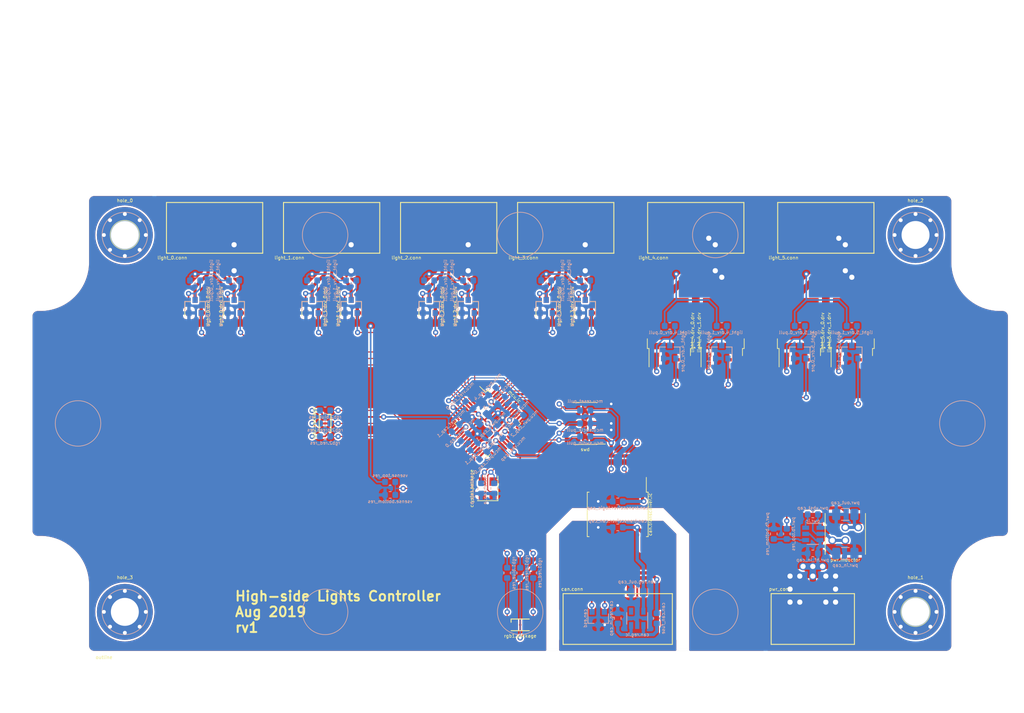
<source format=kicad_pcb>
(kicad_pcb (version 20221018) (generator pcbnew)
  (layers (0 "F.Cu" signal) (31 "B.Cu" signal) (34 "B.Paste" user) (35 "F.Paste" user) (36 "B.SilkS" user "B.Silkscreen") (37 "F.SilkS" user "F.Silkscreen") (38 "B.Mask" user) (39 "F.Mask" user) (44 "Edge.Cuts" user))
  (net 0 "")
  (net 1 "pwr.sw")
  (net 2 "v3v3")
  (net 3 "gnd")
  (net 4 "vin")
  (net 5 "rgb2.blue_res.a")
  (net 6 "rgb2.package.4")
  (net 7 "light_5.drv_0.pull.b")
  (net 8 "rgb2.package.3")
  (net 9 "can.can_pwr")
  (net 10 "can.can_gnd")
  (net 11 "can.can.canh")
  (net 12 "can.can.canl")
  (net 13 "mcu.can_0.rxd")
  (net 14 "can.controller.txd")
  (net 15 "mcu.xtal.xtal_in")
  (net 16 "crystal.crystal.b")
  (net 17 "light_1.conn.out_1")
  (net 18 "light_5.conn.out_1")
  (net 19 "light_1.control_0")
  (net 20 "light_2.control_1")
  (net 21 "mcu.digital_6")
  (net 22 "light_4.control_0")
  (net 23 "light_4.drv_1.drv.1")
  (net 24 "mcu.digital_4")
  (net 25 "light_5.control_0")
  (net 26 "swd.6")
  (net 27 "rgb2.blue")
  (net 28 "rgb1.blue")
  (net 29 "swd.4")
  (net 30 "swd.2")
  (net 31 "swd.10")
  (net 32 "light_0.drv_1.output")
  (net 33 "light_3.drv_0.output")
  (net 34 "light_3.conn.3")
  (net 35 "light_4.drv_0.output")
  (net 36 "light_5.conn.2")
  (net 37 "light_0.drv_0.drv.gate")
  (net 38 "light_0.control_0")
  (net 39 "mcu.digital_12")
  (net 40 "mcu.digital_10")
  (net 41 "mcu.digital_9")
  (net 42 "light_5.control_1")
  (net 43 "rgb1.red")
  (net 44 "pwr.ic.4")
  (net 45 "pwr.vbst_cap.1")
  (net 46 "rgb1.blue_res.a")
  (net 47 "light_2.conn.out_1")
  (net 48 "mcu.digital_7")
  (net 49 "vsense.out")
  (net 50 "rgb1.package.3")
  (net 51 "can.reg.pwr_in")
  (net 52 "can.reg.pwr_out")
  (net 53 "light_0.conn.out_0")
  (net 54 "light_1.conn.out_0")
  (net 55 "light_2.drv_0.output")
  (net 56 "light_4.conn.out_1")
  (net 57 "light_0.drv_1.pull.2")
  (net 58 "light_1.drv_0.drv.gate")
  (net 59 "light_1.drv_1.drv.1")
  (net 60 "light_2.drv_0.pull.2")
  (net 61 "light_2.drv_1.drv.gate")
  (net 62 "light_3.drv_0.pre.drain")
  (net 63 "light_3.drv_1.drv.1")
  (net 64 "light_4.drv_0.drv.gate")
  (net 65 "light_5.drv_1.pre.3")
  (net 66 "mcu.digital_15")
  (net 67 "mcu.digital_16")
  (net 68 "mcu.digital_18")
  (net 69 "rgb1.package.4")
  (footprint "calisco:LED_RGB_0606" (layer "F.Cu") (at 150 141)
    (fp_text reference "rgb1.package")
    (fp_text value "")
  )
  (footprint "calisco:LED_RGB_0606" (layer "F.Cu") (at 120 110 -90)
    (fp_text reference "rgb2.package")
    (fp_text value "")
  )
  (footprint "Package_TO_SOT_SMD:TO-252-2" (layer "F.Cu") (at 173 96 90)
    (fp_text reference "light_4.drv_0.drv")
    (fp_text value "TSM7P06CP ROG (Vds=(10.8, 13.200000000000001) V, Ids=(0.0, 3.0) A, Vgs=(10.8, 13.200000000000001) V, Rds=(0.0, 1.0) Ohm, Pmax=(0.0, 0.0) W, Pres=(0, 1.6199999999999999) W, Psw=(0, 3.0397099333333326), Qc=(0.0, inf) C)")
  )
  (footprint "Package_TO_SOT_SMD:SOT-23" (layer "F.Cu") (at 160 92 90)
    (fp_text reference "light_3.drv_1.drv")
    (fp_text value "DMP3099L-7 (Vds=(10.8, 13.200000000000001) V, Ids=(0.0, 0.5) A, Vgs=(10.8, 13.200000000000001) V, Rds=(0.0, 1.0) Ohm, Pmax=(0.0, 0.0) W, Pres=(0, 0.01625) W, Psw=(0, 0.3212701555555556), Qc=(0.0, inf) C)")
  )
  (footprint "Package_TO_SOT_SMD:SOT-23" (layer "F.Cu") (at 142 92 90)
    (fp_text reference "light_2.drv_1.drv")
    (fp_text value "DMP3099L-7 (Vds=(10.8, 13.200000000000001) V, Ids=(0.0, 0.5) A, Vgs=(10.8, 13.200000000000001) V, Rds=(0.0, 1.0) Ohm, Pmax=(0.0, 0.0) W, Pres=(0, 0.01625) W, Psw=(0, 0.3212701555555556), Qc=(0.0, inf) C)")
  )
  (footprint "Package_TO_SOT_SMD:TO-252-2" (layer "F.Cu") (at 193 96 90)
    (fp_text reference "light_5.drv_0.drv")
    (fp_text value "TSM7P06CP ROG (Vds=(10.8, 13.200000000000001) V, Ids=(0.0, 3.0) A, Vgs=(10.8, 13.200000000000001) V, Rds=(0.0, 1.0) Ohm, Pmax=(0.0, 0.0) W, Pres=(0, 1.6199999999999999) W, Psw=(0, 3.0397099333333326), Qc=(0.0, inf) C)")
  )
  (footprint "Package_TO_SOT_SMD:TO-252-2" (layer "F.Cu") (at 181 96 90)
    (fp_text reference "light_4.drv_1.drv")
    (fp_text value "TSM7P06CP ROG (Vds=(10.8, 13.200000000000001) V, Ids=(0.0, 3.0) A, Vgs=(10.8, 13.200000000000001) V, Rds=(0.0, 1.0) Ohm, Pmax=(0.0, 0.0) W, Pres=(0, 1.6199999999999999) W, Psw=(0, 3.0397099333333326), Qc=(0.0, inf) C)")
  )
  (footprint "Package_TO_SOT_SMD:SOT-23" (layer "F.Cu") (at 154 92 90)
    (fp_text reference "light_3.drv_0.drv")
    (fp_text value "DMP3099L-7 (Vds=(10.8, 13.200000000000001) V, Ids=(0.0, 0.5) A, Vgs=(10.8, 13.200000000000001) V, Rds=(0.0, 1.0) Ohm, Pmax=(0.0, 0.0) W, Pres=(0, 0.01625) W, Psw=(0, 0.3212701555555556), Qc=(0.0, inf) C)")
  )
  (footprint "Package_TO_SOT_SMD:SOT-23" (layer "F.Cu") (at 106 92 90)
    (fp_text reference "light_0.drv_1.drv")
    (fp_text value "DMP3099L-7 (Vds=(10.8, 13.200000000000001) V, Ids=(0.0, 0.5) A, Vgs=(10.8, 13.200000000000001) V, Rds=(0.0, 1.0) Ohm, Pmax=(0.0, 0.0) W, Pres=(0, 0.01625) W, Psw=(0, 0.3212701555555556), Qc=(0.0, inf) C)")
  )
  (footprint "calisco:Molex_DuraClik_vert_4pin" (layer "F.Cu") (at 103 79 180)
    (fp_text reference "light_0.conn")
    (fp_text value "Duraclik")
  )
  (footprint "calisco:Molex_DuraClik_vert_4pin" (layer "F.Cu") (at 121 79 180)
    (fp_text reference "light_1.conn")
    (fp_text value "Duraclik")
  )
  (footprint "Package_TO_SOT_SMD:SOT-23" (layer "F.Cu") (at 124 92 90)
    (fp_text reference "light_1.drv_1.drv")
    (fp_text value "DMP3099L-7 (Vds=(10.8, 13.200000000000001) V, Ids=(0.0, 0.5) A, Vgs=(10.8, 13.200000000000001) V, Rds=(0.0, 1.0) Ohm, Pmax=(0.0, 0.0) W, Pres=(0, 0.01625) W, Psw=(0, 0.3212701555555556), Qc=(0.0, inf) C)")
  )
  (footprint "calisco:Molex_DuraClik_vert_4pin" (layer "F.Cu") (at 177 79 180)
    (fp_text reference "light_4.conn")
    (fp_text value "Duraclik")
  )
  (footprint "Package_TO_SOT_SMD:SOT-23" (layer "F.Cu") (at 136 92 90)
    (fp_text reference "light_2.drv_0.drv")
    (fp_text value "DMP3099L-7 (Vds=(10.8, 13.200000000000001) V, Ids=(0.0, 0.5) A, Vgs=(10.8, 13.200000000000001) V, Rds=(0.0, 1.0) Ohm, Pmax=(0.0, 0.0) W, Pres=(0, 0.01625) W, Psw=(0, 0.3212701555555556), Qc=(0.0, inf) C)")
  )
  (footprint "calisco:Molex_DuraClik_vert_4pin" (layer "F.Cu") (at 139 79 180)
    (fp_text reference "light_2.conn")
    (fp_text value "Duraclik")
  )
  (footprint "Package_TO_SOT_SMD:SOT-23" (layer "F.Cu") (at 100 92 90)
    (fp_text reference "light_0.drv_0.drv")
    (fp_text value "DMP3099L-7 (Vds=(10.8, 13.200000000000001) V, Ids=(0.0, 0.5) A, Vgs=(10.8, 13.200000000000001) V, Rds=(0.0, 1.0) Ohm, Pmax=(0.0, 0.0) W, Pres=(0, 0.01625) W, Psw=(0, 0.3212701555555556), Qc=(0.0, inf) C)")
  )
  (footprint "calisco:Molex_DuraClik_vert_4pin" (layer "F.Cu") (at 197 79 180)
    (fp_text reference "light_5.conn")
    (fp_text value "Duraclik")
  )
  (footprint "Package_TO_SOT_SMD:SOT-23" (layer "F.Cu") (at 118 92 90)
    (fp_text reference "light_1.drv_0.drv")
    (fp_text value "DMP3099L-7 (Vds=(10.8, 13.200000000000001) V, Ids=(0.0, 0.5) A, Vgs=(10.8, 13.200000000000001) V, Rds=(0.0, 1.0) Ohm, Pmax=(0.0, 0.0) W, Pres=(0, 0.01625) W, Psw=(0, 0.3212701555555556), Qc=(0.0, inf) C)")
  )
  (footprint "calisco:Molex_DuraClik_vert_4pin" (layer "F.Cu") (at 157 79 180)
    (fp_text reference "light_3.conn")
    (fp_text value "Duraclik")
  )
  (footprint "Package_TO_SOT_SMD:TO-252-2" (layer "F.Cu") (at 201 96 90)
    (fp_text reference "light_5.drv_1.drv")
    (fp_text value "TSM7P06CP ROG (Vds=(10.8, 13.200000000000001) V, Ids=(0.0, 3.0) A, Vgs=(10.8, 13.200000000000001) V, Rds=(0.0, 1.0) Ohm, Pmax=(0.0, 0.0) W, Pres=(0, 1.6199999999999999) W, Psw=(0, 3.0397099333333326), Qc=(0.0, inf) C)")
  )
  (footprint "calisco:Molex_DuraClik_vert_5pin" (layer "F.Cu") (at 165 141)
    (fp_text reference "can.conn")
    (fp_text value "Duraclik")
  )
  (footprint "Package_SO:SOP-8_6.62x9.15mm_P2.54mm" (layer "F.Cu") (at 165 124 -90)
    (fp_text reference "can.transceiver.ic")
    (fp_text value "ISO1050DUB")
  )
  (footprint "Oscillator:Oscillator_SMD_Abracon_ASE-4Pin_3.2x2.5mm" (layer "F.Cu") (at 145 120 90)
    (fp_text reference "crystal.package")
    (fp_text value "7V-12.000MAHE-T")
  )
  (footprint "calisco:Duckling" (layer "F.Cu") (at 100 139)
    (fp_text reference "duck" hide)
    (fp_text value "Duck" hide)
  )
  (footprint "Connector_PinHeader_1.27mm:PinHeader_2x05_P1.27mm_Vertical_SMD" (layer "F.Cu") (at 160 110 180)
    (fp_text reference "swd")
    (fp_text value "SWD")
  )
  (footprint "Package_QFP:LQFP-48_7x7mm_P0.5mm" (layer "F.Cu") (at 145 110 -45)
    (fp_text reference "mcu.ic")
    (fp_text value "LPC1549JBD48")
  )
  (footprint "MountingHole:MountingHole_4.3mm_M4_Pad_Via" (layer "F.Cu") (at 89.2 81)
    (fp_text reference "hole_0")
    (fp_text value "M4")
  )
  (footprint "MountingHole:MountingHole_4.3mm_M4_Pad_Via" (layer "F.Cu") (at 210.8 139)
    (fp_text reference "hole_1")
    (fp_text value "M4")
  )
  (footprint "MountingHole:MountingHole_4.3mm_M4_Pad_Via" (layer "F.Cu") (at 89.2 139)
    (fp_text reference "hole_3")
    (fp_text value "M4")
  )
  (footprint "MountingHole:MountingHole_4.3mm_M4_Pad_Via" (layer "F.Cu") (at 210.8 81)
    (fp_text reference "hole_2")
    (fp_text value "M4")
  )
  (footprint "Inductor_SMD:L_Taiyo-Yuden_NR-60xx" (layer "F.Cu") (at 200 127 90)
    (fp_text reference "pwr.inductor")
    (fp_text value "10µH, 2.5A, NR6045T100M (L=(4.6396372126436784e-06, inf) H, I=(0.0, 1.7999999999999998) A, f=(580000.0, 580000.0) Hz)")
  )
  (footprint "calisco:Molex_DuraClik_vert_3pin" (layer "F.Cu") (at 195 141)
    (fp_text reference "pwr_conn")
    (fp_text value "Duraclik")
  )
  (footprint "calisco:Outline_150mm_70mm_PNX-91432" (layer "F.Cu") (at 150 110)
    (fp_text reference "outline")
    (fp_text value "PN1332_Panel")
    (fp_line (start -75 -16.5) (end -75 16.5) (stroke (width 0.01)) (layer "Edge.Cuts"))
    (fp_line (start -74.2 -17.3) (end -73.8 -17.3) (stroke (width 0.01)) (layer "Edge.Cuts"))
    (fp_line (start -74.2 17.3) (end -73.8 17.3) (stroke (width 0.01)) (layer "Edge.Cuts"))
    (fp_line (start -66.3 -24.8) (end -66.3 -34.2) (stroke (width 0.01)) (layer "Edge.Cuts"))
    (fp_line (start -66.3 24.8) (end -66.3 34.2) (stroke (width 0.01)) (layer "Edge.Cuts"))
    (fp_line (start -65.5 -35) (end 65.5 -35) (stroke (width 0.01)) (layer "Edge.Cuts"))
    (fp_line (start -65.5 35) (end 65.5 35) (stroke (width 0.01)) (layer "Edge.Cuts"))
    (fp_line (start 66.3 -24.8) (end 66.3 -34.2) (stroke (width 0.01)) (layer "Edge.Cuts"))
    (fp_line (start 66.3 24.8) (end 66.3 34.2) (stroke (width 0.01)) (layer "Edge.Cuts"))
    (fp_line (start 74.2 -17.3) (end 73.8 -17.3) (stroke (width 0.01)) (layer "Edge.Cuts"))
    (fp_line (start 74.2 17.3) (end 73.8 17.3) (stroke (width 0.01)) (layer "Edge.Cuts"))
    (fp_line (start 75 -16.5) (end 75 16.5) (stroke (width 0.01)) (layer "Edge.Cuts"))
    (fp_arc (start -75 -16.5) (mid -74.765685 -17.065685) (end -74.2 -17.3) (stroke (width 0.01)) (layer "Edge.Cuts"))
    (fp_arc (start -74.2 17.3) (mid -74.765685 17.065685) (end -75 16.5) (stroke (width 0.01)) (layer "Edge.Cuts"))
    (fp_arc (start -73.8 17.3) (mid -68.496699 19.496699) (end -66.3 24.8) (stroke (width 0.01)) (layer "Edge.Cuts"))
    (fp_arc (start -66.3 -34.2) (mid -66.065685 -34.765685) (end -65.5 -35) (stroke (width 0.01)) (layer "Edge.Cuts"))
    (fp_arc (start -66.3 -24.8) (mid -68.496699 -19.496699) (end -73.8 -17.3) (stroke (width 0.01)) (layer "Edge.Cuts"))
    (fp_arc (start -65.5 35) (mid -66.065685 34.765685) (end -66.3 34.2) (stroke (width 0.01)) (layer "Edge.Cuts"))
    (fp_arc (start 65.5 -35) (mid 66.065685 -34.765685) (end 66.3 -34.2) (stroke (width 0.01)) (layer "Edge.Cuts"))
    (fp_arc (start 66.3 24.8) (mid 68.496699 19.496699) (end 73.8 17.3) (stroke (width 0.01)) (layer "Edge.Cuts"))
    (fp_arc (start 66.3 34.2) (mid 66.065685 34.765685) (end 65.5 35) (stroke (width 0.01)) (layer "Edge.Cuts"))
    (fp_arc (start 73.8 -17.3) (mid 68.496699 -19.496699) (end 66.3 -24.8) (stroke (width 0.01)) (layer "Edge.Cuts"))
    (fp_arc (start 74.2 -17.3) (mid 74.765685 -17.065685) (end 75 -16.5) (stroke (width 0.01)) (layer "Edge.Cuts"))
    (fp_arc (start 75 16.5) (mid 74.765685 17.065685) (end 74.2 17.3) (stroke (width 0.01)) (layer "Edge.Cuts"))
  )
  (footprint "Resistor_SMD:R_0603_1608Metric" (layer "B.Cu") (at 160 108 180)
    (fp_text reference "mcu.reset_pull")
    (fp_text value "10000, 1%, 0.1W (R=(9500.0, 10500.0) Ohm, P=(0.0, 0.0) W)")
  )
  (footprint "Resistor_SMD:R_0603_1608Metric" (layer "B.Cu") (at 148 133 90)
    (fp_text reference "rgb1.blue_res")
    (fp_text value "1000, 1%, 0.1W (R=(950.0, 1050.0) Ohm, P=(0.0, 0.0) W)")
  )
  (footprint "Resistor_SMD:R_0603_1608Metric" (layer "B.Cu") (at 150 133 90)
    (fp_text reference "rgb1.green_res")
    (fp_text value "1000, 1%, 0.1W (R=(950.0, 1050.0) Ohm, P=(0.0, 0.0) W)")
  )
  (footprint "Resistor_SMD:R_0603_1608Metric" (layer "B.Cu") (at 152 133 90)
    (fp_text reference "rgb1.red_res")
    (fp_text value "1000, 1%, 0.1W (R=(950.0, 1050.0) Ohm, P=(0.0, 0.0) W)")
  )
  (footprint "Resistor_SMD:R_0603_1608Metric" (layer "B.Cu") (at 120 108)
    (fp_text reference "rgb2.blue_res")
    (fp_text value "1000, 1%, 0.1W (R=(950.0, 1050.0) Ohm, P=(0.0, 0.0) W)")
  )
  (footprint "Resistor_SMD:R_0603_1608Metric" (layer "B.Cu") (at 120 110)
    (fp_text reference "rgb2.green_res")
    (fp_text value "1000, 1%, 0.1W (R=(950.0, 1050.0) Ohm, P=(0.0, 0.0) W)")
  )
  (footprint "Resistor_SMD:R_0603_1608Metric" (layer "B.Cu") (at 120 112)
    (fp_text reference "rgb2.red_res")
    (fp_text value "1000, 1%, 0.1W (R=(950.0, 1050.0) Ohm, P=(0.0, 0.0) W)")
  )
  (footprint "Capacitor_SMD:C_0603_1608Metric" (layer "B.Cu") (at 146 120 -90)
    (fp_text reference "crystal.cap_a")
    (fp_text value "18pF, 50V, CL10C180FB8NNNC (C=(1.764e-11, 1.836e-11) F, V=(0.0, 0.0) V)")
  )
  (footprint "Capacitor_SMD:C_0603_1608Metric" (layer "B.Cu") (at 144 120 -90)
    (fp_text reference "crystal.cap_b")
    (fp_text value "18pF, 50V, CL10C180FB8NNNC (C=(1.764e-11, 1.836e-11) F, V=(0.0, 0.0) V)")
  )
  (footprint "Resistor_SMD:R_0603_1608Metric" (layer "B.Cu") (at 130 121 180)
    (fp_text reference "vsense.bottom_res")
    (fp_text value "1500, 1%, 0.1W (R=(1485.0, 1515.0) Ohm, P=(0.0, 0.0) W)")
  )
  (footprint "Resistor_SMD:R_0603_1608Metric" (layer "B.Cu") (at 130 119)
    (fp_text reference "vsense.top_res")
    (fp_text value "4700, 1%, 0.1W (R=(4653.0, 4747.0) Ohm, P=(0.0, 0.0) W)")
  )
  (footprint "Resistor_SMD:R_0603_1608Metric" (layer "B.Cu") (at 160 88)
    (fp_text reference "light_3.drv_1.pull")
    (fp_text value "10000, 1%, 0.1W (R=(9900.0, 10100.0) Ohm, P=(0.0, 0.017600000000000005) W)")
  )
  (footprint "Package_TO_SOT_SMD:SOT-23" (layer "B.Cu") (at 154 92 90)
    (fp_text reference "light_3.drv_0.pre")
    (fp_text value "NX138AKR (Vds=(10.8, 13.200000000000001) V, Ids=(0.0, 0.0013333333333333335) A, Vgs=(3.0, 3.0) V, Rds=(0.0, 9.9) Ohm, Pmax=(0.0, 0.0) W, Pres=(0, 8.000000000000001e-06) W, Psw=(0, 1.0403555555555556e-05), Qc=(0.0, inf) C)")
  )
  (footprint "Resistor_SMD:R_0603_1608Metric" (layer "B.Cu") (at 142 88)
    (fp_text reference "light_2.drv_1.pull")
    (fp_text value "10000, 1%, 0.1W (R=(9900.0, 10100.0) Ohm, P=(0.0, 0.017600000000000005) W)")
  )
  (footprint "Resistor_SMD:R_0603_1608Metric" (layer "B.Cu") (at 136 88)
    (fp_text reference "light_2.drv_0.pull")
    (fp_text value "10000, 1%, 0.1W (R=(9900.0, 10100.0) Ohm, P=(0.0, 0.017600000000000005) W)")
  )
  (footprint "Package_TO_SOT_SMD:SOT-23" (layer "B.Cu") (at 193 99 90)
    (fp_text reference "light_5.drv_0.pre")
    (fp_text value "NX138AKR (Vds=(10.8, 13.200000000000001) V, Ids=(0.0, 0.0013333333333333335) A, Vgs=(3.0, 3.0) V, Rds=(0.0, 9.9) Ohm, Pmax=(0.0, 0.0) W, Pres=(0, 8.000000000000001e-06) W, Psw=(0, 1.0403555555555556e-05), Qc=(0.0, inf) C)")
  )
  (footprint "Resistor_SMD:R_0603_1608Metric" (layer "B.Cu") (at 181 95)
    (fp_text reference "light_4.drv_1.pull")
    (fp_text value "10000, 1%, 0.1W (R=(9900.0, 10100.0) Ohm, P=(0.0, 0.017600000000000005) W)")
  )
  (footprint "Package_TO_SOT_SMD:SOT-23" (layer "B.Cu") (at 160 92 90)
    (fp_text reference "light_3.drv_1.pre")
    (fp_text value "NX138AKR (Vds=(10.8, 13.200000000000001) V, Ids=(0.0, 0.0013333333333333335) A, Vgs=(3.0, 3.0) V, Rds=(0.0, 9.9) Ohm, Pmax=(0.0, 0.0) W, Pres=(0, 8.000000000000001e-06) W, Psw=(0, 1.0403555555555556e-05), Qc=(0.0, inf) C)")
  )
  (footprint "Package_TO_SOT_SMD:SOT-23" (layer "B.Cu") (at 181 99 90)
    (fp_text reference "light_4.drv_1.pre")
    (fp_text value "NX138AKR (Vds=(10.8, 13.200000000000001) V, Ids=(0.0, 0.0013333333333333335) A, Vgs=(3.0, 3.0) V, Rds=(0.0, 9.9) Ohm, Pmax=(0.0, 0.0) W, Pres=(0, 8.000000000000001e-06) W, Psw=(0, 1.0403555555555556e-05), Qc=(0.0, inf) C)")
  )
  (footprint "Resistor_SMD:R_0603_1608Metric" (layer "B.Cu") (at 173 95)
    (fp_text reference "light_4.drv_0.pull")
    (fp_text value "10000, 1%, 0.1W (R=(9900.0, 10100.0) Ohm, P=(0.0, 0.017600000000000005) W)")
  )
  (footprint "Package_TO_SOT_SMD:SOT-23" (layer "B.Cu") (at 173 99 90)
    (fp_text reference "light_4.drv_0.pre")
    (fp_text value "NX138AKR (Vds=(10.8, 13.200000000000001) V, Ids=(0.0, 0.0013333333333333335) A, Vgs=(3.0, 3.0) V, Rds=(0.0, 9.9) Ohm, Pmax=(0.0, 0.0) W, Pres=(0, 8.000000000000001e-06) W, Psw=(0, 1.0403555555555556e-05), Qc=(0.0, inf) C)")
  )
  (footprint "Package_TO_SOT_SMD:SOT-23" (layer "B.Cu") (at 142 92 90)
    (fp_text reference "light_2.drv_1.pre")
    (fp_text value "NX138AKR (Vds=(10.8, 13.200000000000001) V, Ids=(0.0, 0.0013333333333333335) A, Vgs=(3.0, 3.0) V, Rds=(0.0, 9.9) Ohm, Pmax=(0.0, 0.0) W, Pres=(0, 8.000000000000001e-06) W, Psw=(0, 1.0403555555555556e-05), Qc=(0.0, inf) C)")
  )
  (footprint "Resistor_SMD:R_0603_1608Metric" (layer "B.Cu") (at 154 88)
    (fp_text reference "light_3.drv_0.pull")
    (fp_text value "10000, 1%, 0.1W (R=(9900.0, 10100.0) Ohm, P=(0.0, 0.017600000000000005) W)")
  )
  (footprint "Package_TO_SOT_SMD:SOT-23" (layer "B.Cu") (at 118 92 90)
    (fp_text reference "light_1.drv_0.pre")
    (fp_text value "NX138AKR (Vds=(10.8, 13.200000000000001) V, Ids=(0.0, 0.0013333333333333335) A, Vgs=(3.0, 3.0) V, Rds=(0.0, 9.9) Ohm, Pmax=(0.0, 0.0) W, Pres=(0, 8.000000000000001e-06) W, Psw=(0, 1.0403555555555556e-05), Qc=(0.0, inf) C)")
  )
  (footprint "Resistor_SMD:R_0603_1608Metric" (layer "B.Cu") (at 106 88)
    (fp_text reference "light_0.drv_1.pull")
    (fp_text value "10000, 1%, 0.1W (R=(9900.0, 10100.0) Ohm, P=(0.0, 0.017600000000000005) W)")
  )
  (footprint "Package_TO_SOT_SMD:SOT-23" (layer "B.Cu") (at 106 92 90)
    (fp_text reference "light_0.drv_1.pre")
    (fp_text value "NX138AKR (Vds=(10.8, 13.200000000000001) V, Ids=(0.0, 0.0013333333333333335) A, Vgs=(3.0, 3.0) V, Rds=(0.0, 9.9) Ohm, Pmax=(0.0, 0.0) W, Pres=(0, 8.000000000000001e-06) W, Psw=(0, 1.0403555555555556e-05), Qc=(0.0, inf) C)")
  )
  (footprint "Package_TO_SOT_SMD:SOT-23" (layer "B.Cu") (at 100 92 90)
    (fp_text reference "light_0.drv_0.pre")
    (fp_text value "NX138AKR (Vds=(10.8, 13.200000000000001) V, Ids=(0.0, 0.0013333333333333335) A, Vgs=(3.0, 3.0) V, Rds=(0.0, 9.9) Ohm, Pmax=(0.0, 0.0) W, Pres=(0, 8.000000000000001e-06) W, Psw=(0, 1.0403555555555556e-05), Qc=(0.0, inf) C)")
  )
  (footprint "Package_TO_SOT_SMD:SOT-23" (layer "B.Cu") (at 124 92 90)
    (fp_text reference "light_1.drv_1.pre")
    (fp_text value "NX138AKR (Vds=(10.8, 13.200000000000001) V, Ids=(0.0, 0.0013333333333333335) A, Vgs=(3.0, 3.0) V, Rds=(0.0, 9.9) Ohm, Pmax=(0.0, 0.0) W, Pres=(0, 8.000000000000001e-06) W, Psw=(0, 1.0403555555555556e-05), Qc=(0.0, inf) C)")
  )
  (footprint "Package_TO_SOT_SMD:SOT-23" (layer "B.Cu") (at 136 92 90)
    (fp_text reference "light_2.drv_0.pre")
    (fp_text value "NX138AKR (Vds=(10.8, 13.200000000000001) V, Ids=(0.0, 0.0013333333333333335) A, Vgs=(3.0, 3.0) V, Rds=(0.0, 9.9) Ohm, Pmax=(0.0, 0.0) W, Pres=(0, 8.000000000000001e-06) W, Psw=(0, 1.0403555555555556e-05), Qc=(0.0, inf) C)")
  )
  (footprint "Resistor_SMD:R_0603_1608Metric" (layer "B.Cu") (at 118 88)
    (fp_text reference "light_1.drv_0.pull")
    (fp_text value "10000, 1%, 0.1W (R=(9900.0, 10100.0) Ohm, P=(0.0, 0.017600000000000005) W)")
  )
  (footprint "Resistor_SMD:R_0603_1608Metric" (layer "B.Cu") (at 124 88)
    (fp_text reference "light_1.drv_1.pull")
    (fp_text value "10000, 1%, 0.1W (R=(9900.0, 10100.0) Ohm, P=(0.0, 0.017600000000000005) W)")
  )
  (footprint "Resistor_SMD:R_0603_1608Metric" (layer "B.Cu") (at 100 88)
    (fp_text reference "light_0.drv_0.pull")
    (fp_text value "10000, 1%, 0.1W (R=(9900.0, 10100.0) Ohm, P=(0.0, 0.017600000000000005) W)")
  )
  (footprint "Package_TO_SOT_SMD:SOT-23" (layer "B.Cu") (at 201 99 90)
    (fp_text reference "light_5.drv_1.pre")
    (fp_text value "NX138AKR (Vds=(10.8, 13.200000000000001) V, Ids=(0.0, 0.0013333333333333335) A, Vgs=(3.0, 3.0) V, Rds=(0.0, 9.9) Ohm, Pmax=(0.0, 0.0) W, Pres=(0, 8.000000000000001e-06) W, Psw=(0, 1.0403555555555556e-05), Qc=(0.0, inf) C)")
  )
  (footprint "Resistor_SMD:R_0603_1608Metric" (layer "B.Cu") (at 201 95)
    (fp_text reference "light_5.drv_1.pull")
    (fp_text value "10000, 1%, 0.1W (R=(9900.0, 10100.0) Ohm, P=(0.0, 0.017600000000000005) W)")
  )
  (footprint "Resistor_SMD:R_0603_1608Metric" (layer "B.Cu") (at 193 95)
    (fp_text reference "light_5.drv_0.pull")
    (fp_text value "10000, 1%, 0.1W (R=(9900.0, 10100.0) Ohm, P=(0.0, 0.017600000000000005) W)")
  )
  (footprint "Capacitor_SMD:C_0603_1608Metric" (layer "B.Cu") (at 165 140 90)
    (fp_text reference "can.reg.in_cap")
    (fp_text value "1µF, 25V, CL10A105KA8NNNC (C=(8.8e-07, 1.32e-06) F, V=(7.0, 14.0) V)")
  )
  (footprint "Capacitor_SMD:C_0603_1608Metric" (layer "B.Cu") (at 165 122 180)
    (fp_text reference "can.transceiver.logic_cap")
    (fp_text value "0.1µF, 50V, CL10B104KB8NNNC (C=(8e-08, 1.2e-07) F, V=(3.135, 3.465) V)")
  )
  (footprint "Package_TO_SOT_SMD:SOT-23-5" (layer "B.Cu") (at 168 140 90)
    (fp_text reference "can.reg.ic")
    (fp_text value "AP2204K-5.0")
  )
  (footprint "Resistor_SMD:R_0603_1608Metric" (layer "B.Cu") (at 171 140 -90)
    (fp_text reference "can.can_fuse")
    (fp_text value "0ZCM0005FF2G")
  )
  (footprint "Capacitor_SMD:C_0603_1608Metric" (layer "B.Cu") (at 165 126 180)
    (fp_text reference "can.transceiver.can_cap")
    (fp_text value "0.1µF, 50V, CL10B104KB8NNNC (C=(8e-08, 1.2e-07) F, V=(4.9, 5.1) V)")
  )
  (footprint "Package_TO_SOT_SMD:SOT-23" (layer "B.Cu") (at 162 140 -90)
    (fp_text reference "can.esd")
    (fp_text value "PESD1CAN,215")
  )
  (footprint "Capacitor_SMD:C_0603_1608Metric" (layer "B.Cu") (at 142.87868 113.535534 45)
    (fp_text reference "mcu.pwr_cap_1")
    (fp_text value "10000pF, 50V, CL10B103KB8NNNC (C=(8e-09, 1.2e-08) F, V=(3.135, 3.465) V)")
  )
  (footprint "Capacitor_SMD:C_0603_1608Metric" (layer "B.Cu") (at 148.535534 107.87868 -135)
    (fp_text reference "mcu.pwr_cap_3")
    (fp_text value "10000pF, 50V, CL10B103KB8NNNC (C=(8e-09, 1.2e-08) F, V=(3.135, 3.465) V)")
  )
  (footprint "Capacitor_SMD:C_0603_1608Metric" (layer "B.Cu") (at 142.171573 107.171573 -45)
    (fp_text reference "mcu.vref_cap_0")
    (fp_text value "0.1µF, 50V, CL10B104KB8NNNC (C=(8e-08, 1.2e-07) F, V=(3.135, 3.465) V)")
  )
  (footprint "Capacitor_SMD:C_0603_1608Metric" (layer "B.Cu") (at 141.464466 112.12132 45)
    (fp_text reference "mcu.pwra_cap_0")
    (fp_text value "0.1µF, 50V, CL10B104KB8NNNC (C=(8e-08, 1.2e-07) F, V=(3.135, 3.465) V)")
  )
  (footprint "Capacitor_SMD:C_0603_1608Metric" (layer "B.Cu") (at 145.707107 105.050253 -135)
    (fp_text reference "mcu.pwr_cap_4")
    (fp_text value "0.1µF, 50V, CL10B104KB8NNNC (C=(8e-08, 1.2e-07) F, V=(3.135, 3.465) V)")
  )
  (footprint "Capacitor_SMD:C_0603_1608Metric" (layer "B.Cu") (at 149.949747 109.292893 -135)
    (fp_text reference "mcu.pwr_cap_2")
    (fp_text value "0.1µF, 50V, CL10B104KB8NNNC (C=(8e-08, 1.2e-07) F, V=(3.135, 3.465) V)")
  )
  (footprint "Capacitor_SMD:C_0603_1608Metric" (layer "B.Cu") (at 144.292893 114.949747 45)
    (fp_text reference "mcu.pwr_cap_0")
    (fp_text value "0.1µF, 50V, CL10B104KB8NNNC (C=(8e-08, 1.2e-07) F, V=(3.135, 3.465) V)")
  )
  (footprint "Capacitor_SMD:C_0603_1608Metric" (layer "B.Cu") (at 147.828427 112.828427 135)
    (fp_text reference "mcu.vbat_cap")
    (fp_text value "0.1µF, 50V, CL10B104KB8NNNC (C=(8e-08, 1.2e-07) F, V=(3.135, 3.465) V)")
  )
  (footprint "Resistor_SMD:R_0603_1608Metric" (layer "B.Cu") (at 160 112 180)
    (fp_text reference "mcu.swdio_pull")
    (fp_text value "10000, 1%, 0.1W (R=(9500.0, 105000.0) Ohm, P=(0.0, 0.0) W)")
  )
  (footprint "Resistor_SMD:R_0603_1608Metric" (layer "B.Cu") (at 160 110 180)
    (fp_text reference "mcu.swclk_pull")
    (fp_text value "10000, 1%, 0.1W (R=(9500.0, 105000.0) Ohm, P=(0.0, 0.0) W)")
  )
  (footprint "Capacitor_SMD:C_0603_1608Metric" (layer "B.Cu") (at 140.050253 110.707107 45)
    (fp_text reference "mcu.vref_cap_1")
    (fp_text value "0.1µF, 50V, CL10B104KB8NNNC (C=(8e-08, 1.2e-07) F, V=(3.135, 3.465) V)")
  )
  (footprint "Capacitor_SMD:C_0603_1608Metric" (layer "B.Cu") (at 147.12132 106.464466 -135)
    (fp_text reference "mcu.pwr_cap_5")
    (fp_text value "10000pF, 50V, CL10B103KB8NNNC (C=(8e-09, 1.2e-08) F, V=(3.135, 3.465) V)")
  )
  (footprint "Capacitor_SMD:C_1206_3216Metric" (layer "B.Cu") (at 200 124 180)
    (fp_text reference "pwr.out_cap")
    (fp_text value "22µF, 6.3V, CL31A226MQHNNNE (C=(1.0344827586206895e-05, inf) F, V=(3.135, 3.465) V)")
  )
  (footprint "Capacitor_SMD:C_0603_1608Metric" (layer "B.Cu") (at 195 124)
    (fp_text reference "pwr.vbst_cap")
    (fp_text value "0.1µF, 50V, CL10B104KB8NNNC (C=(8e-08, 1.2e-07) F, V=(0.0, 6.0) V)")
  )
  (footprint "Package_TO_SOT_SMD:SOT-23-6" (layer "B.Cu") (at 195 127 180)
    (fp_text reference "pwr.ic")
    (fp_text value "TPS561201")
  )
  (footprint "Capacitor_SMD:C_0603_1608Metric" (layer "B.Cu") (at 195 130 180)
    (fp_text reference "pwr.hf_in_cap")
    (fp_text value "0.1µF, 50V, CL10B104KB8NNNC (C=(8e-08, 1.2e-07) F, V=(10.8, 13.200000000000001) V)")
  )
  (footprint "Resistor_SMD:R_0603_1608Metric" (layer "B.Cu") (at 189 127 90)
    (fp_text reference "pwr.fb.bottom_res")
    (fp_text value "10000, 1%, 0.1W (R=(9900.0, 10100.0) Ohm, P=(0.0, 0.0) W)")
  )
  (footprint "Resistor_SMD:R_0603_1608Metric" (layer "B.Cu") (at 191 127 -90)
    (fp_text reference "pwr.fb.top_res")
    (fp_text value "33000, 1%, 0.1W (R=(32670.0, 33330.0) Ohm, P=(0.0, 0.0) W)")
  )
  (footprint "Capacitor_SMD:C_0805_2012Metric" (layer "B.Cu") (at 168 136 180)
    (fp_text reference "can.reg.out_cap")
    (fp_text value "2.2µF, 10V, CL21B225KPFNNNE (C=(1.76e-06, 2.64e-06) F, V=(4.9, 5.1) V)")
  )
  (footprint "Capacitor_SMD:C_0805_2012Metric" (layer "B.Cu") (at 144.292893 109.292893 45)
    (fp_text reference "mcu.pwra_cap_1")
    (fp_text value "10µF, 10V, CL21A106KPFNNNG (C=(8e-06, 1.1999999999999999e-05) F, V=(3.135, 3.465) V)")
  )
  (footprint "Capacitor_SMD:C_0805_2012Metric" (layer "B.Cu") (at 145.707107 110.707107 45)
    (fp_text reference "mcu.vref_cap_2")
    (fp_text value "10µF, 10V, CL21A106KPFNNNG (C=(8e-06, 1.1999999999999999e-05) F, V=(3.135, 3.465) V)")
  )
  (footprint "Capacitor_SMD:C_1206_3216Metric" (layer "B.Cu") (at 200 130)
    (fp_text reference "pwr.in_cap")
    (fp_text value "22µF, 16V, CL31A226MOCLNNC (C=(7.498403575989784e-06, inf) F, V=(10.8, 13.200000000000001) V)")
  )
  (gr_text "High-side Lights Controller\nAug 2019\nrv1" (at 106 139) (layer "F.SilkS") (effects (font (size 1.5 1.5) (thickness 0.3)) (justify left)))
  (segment (start 198 129) (end 199.65 129) (width 0.5) (layer "F.Cu") (net 1))
  (segment (start 200 128) (end 200 129.35) (width 0.5) (layer "F.Cu") (net 1))
  (segment (start 198 128) (end 198 129) (width 0.5) (layer "F.Cu") (net 1))
  (segment (start 199.65 129) (end 200 129.35) (width 0.5) (layer "F.Cu") (net 1))
  (via (at 200 128) (size 1.2) (drill 0.8) (layers "F.Cu" "B.Cu") (net 1))
  (via (at 198 128) (size 1.2) (drill 0.8) (layers "F.Cu" "B.Cu") (net 1))
  (segment (start 195.5 127) (end 195 126.5) (width 0.25) (layer "B.Cu") (net 1))
  (segment (start 195 126.5) (end 195 125.5) (width 0.25) (layer "B.Cu") (net 1))
  (segment (start 196.1 127) (end 195.5 127) (width 0.25) (layer "B.Cu") (net 1))
  (segment (start 195 125.5) (end 195.7875 124.7125) (width 0.25) (layer "B.Cu") (net 1))
  (segment (start 195.7875 124.7125) (end 195.7875 124) (width 0.25) (layer "B.Cu") (net 1))
  (segment (start 198 128) (end 200 128) (width 0.5) (layer "B.Cu") (net 1))
  (segment (start 197 127) (end 198 128) (width 0.5) (layer "B.Cu") (net 1))
  (segment (start 196.1 127) (end 197 127) (width 0.5) (layer "B.Cu") (net 1))
  (segment (start 140.465678 111.352342) (end 141.287689 110.53033) (width 0.25) (layer "F.Cu") (net 2))
  (segment (start 144.46967 113.358757) (end 145 112.828427) (width 0.25) (layer "F.Cu") (net 2))
  (segment (start 141.287689 110.53033) (end 141.641243 110.53033) (width 0.25) (layer "F.Cu") (net 2))
  (segment (start 145 112.828427) (end 145.353553 112.828427) (width 0.25) (layer "F.Cu") (net 2))
  (segment (start 146.705895 114.180769) (end 145.353553 112.828427) (width 0.25) (layer "F.Cu") (net 2))
  (segment (start 146.705895 114.180769) (end 145.707107 113.181981) (width 0.25) (layer "F.Cu") (net 2))
  (segment (start 140.819231 108.294105) (end 141.411433 108.886307) (width 0.25) (layer "F.Cu") (net 2))
  (segment (start 145.353553 112.828427) (end 145.353553 112.474874) (width 0.25) (layer "F.Cu") (net 2))
  (segment (start 145.353553 112.474874) (end 146.414214 111.414214) (width 0.25) (layer "F.Cu") (net 2))
  (segment (start 141.411433 108.886307) (end 141.673077 108.886307) (width 0.25) (layer "F.Cu") (net 2))
  (segment (start 145.53033 106.641243) (end 146.581239 107.692152) (width 0.25) (layer "F.Cu") (net 2))
  (segment (start 146.581239 107.692152) (end 146.842853 107.692152) (width 0.25) (layer "F.Cu") (net 2))
  (segment (start 145.484368 106.83741) (end 145.484368 106.687205) (width 0.25) (layer "F.Cu") (net 2))
  (segment (start 140.050253 107.525126) (end 139.696699 107.525126) (width 0.25) (layer "F.Cu") (net 2))
  (segment (start 149.180769 108.294105) (end 148.588567 108.886307) (width 0.25) (layer "F.Cu") (net 2))
  (segment (start 146.944544 111.944544) (end 146.944544 112.298097) (width 0.25) (layer "F.Cu") (net 2))
  (segment (start 146.414214 111.414214) (end 146.944544 111.944544) (width 0.25) (layer "F.Cu") (net 2))
  (segment (start 141.172785 112.059449) (end 144.116117 109.116117) (width 0.25) (layer "F.Cu") (net 2))
  (segment (start 146.33911 107.692152) (end 144.515631 109.515631) (width 0.25) (layer "F.Cu") (net 2))
  (segment (start 147.527907 107.825647) (end 146.976348 107.825647) (width 0.25) (layer "F.Cu") (net 2))
  (segment (start 147.766555 113.120109) (end 149.065864 114.419417) (width 0.25) (layer "F.Cu") (net 2))
  (segment (start 146.842853 107.692152) (end 146.33911 107.692152) (width 0.25) (layer "F.Cu") (net 2))
  (segment (start 148.120109 107.233445) (end 147.527907 107.825647) (width 0.25) (layer "F.Cu") (net 2))
  (segment (start 146.976348 107.825647) (end 146.842853 107.692152) (width 0.25) (layer "F.Cu") (net 2))
  (segment (start 148.358757 109.46967) (end 146.414214 111.414214) (width 0.25) (layer "F.Cu") (net 2))
  (segment (start 146.944544 112.298097) (end 147.766555 113.120109) (width 0.25) (layer "F.Cu") (net 2))
  (segment (start 143.585786 108.585786) (end 144.116117 109.116117) (width 0.25) (layer "F.Cu") (net 2))
  (segment (start 144.116117 109.116117) (end 146.414214 111.414214) (width 0.25) (layer "F.Cu") (net 2))
  (segment (start 140.403806 112.828427) (end 140.403806 113.181981) (width 0.25) (layer "F.Cu") (net 2))
  (segment (start 141.673077 108.886307) (end 142.373597 108.185787) (width 0.25) (layer "F.Cu") (net 2))
  (segment (start 142.373597 108.185787) (end 143.185787 108.185787) (width 0.25) (layer "F.Cu") (net 2))
  (segment (start 141.172785 112.059449) (end 140.403806 112.828427) (width 0.25) (layer "F.Cu") (net 2))
  (segment (start 143.185787 108.185787) (end 143.585786 108.585786) (width 0.25) (layer "F.Cu") (net 2))
  (segment (start 140.819231 108.294105) (end 140.050253 107.525126) (width 0.25) (layer "F.Cu") (net 2))
  (segment (start 149.180769 108.294105) (end 148.312795 109.162078) (width 0.25) (layer "F.Cu") (net 2))
  (segment (start 148.312795 109.162078) (end 148.312795 109.515632) (width 0.25) (layer "F.Cu") (net 2))
  (segment (start 199 123) (end 192 123) (width 0.25) (layer "F.Cu") (net 2))
  (segment (start 199.5 123) (end 200 123.5) (width 0.5) (layer "F.Cu") (net 2))
  (segment (start 168.81 115) (end 168.81 119.475) (width 0.5) (layer "F.Cu") (net 2))
  (segment (start 200 123.5) (end 200 124.65) (width 0.5) (layer "F.Cu") (net 2))
  (segment (start 120.45 109.2) (end 121.3 109.2) (width 0.25) (layer "F.Cu") (net 2))
  (segment (start 191 123) (end 199.5 123) (width 0.5) (layer "F.Cu") (net 2))
  (segment (start 170 115) (end 178 123) (width 0.5) (layer "F.Cu") (net 2))
  (segment (start 164 115) (end 170 115) (width 0.5) (layer "F.Cu") (net 2))
  (segment (start 121.5 109) (end 129 109) (width 0.25) (layer "F.Cu") (net 2))
  (segment (start 150 126) (end 153 129) (width 0.25) (layer "F.Cu") (net 2))
  (segment (start 178 123) (end 191 123) (width 0.5) (layer "F.Cu") (net 2))
  (segment (start 163.54 112.54) (end 164 113) (width 0.5) (layer "F.Cu") (net 2))
  (segment (start 153 131) (end 149.2 134.8) (width 0.25) (layer "F.Cu") (net 2))
  (segment (start 164 113) (end 164 115) (width 0.5) (layer "F.Cu") (net 2))
  (segment (start 153 129) (end 153 131) (width 0.25) (layer "F.Cu") (net 2))
  (segment (start 200 124.65) (end 200 126) (width 0.5) (layer "F.Cu") (net 2))
  (segment (start 168.81 121.81) (end 169 122) (width 0.5) (layer "F.Cu") (net 2))
  (segment (start 191 125) (end 191 123) (width 0.25) (layer "F.Cu") (net 2))
  (segment (start 161.95 112.54) (end 163.54 112.54) (width 0.5) (layer "F.Cu") (net 2))
  (segment (start 149.2 134.8) (end 149.2 140.55) (width 0.25) (layer "F.Cu") (net 2))
  (segment (start 150 115) (end 150 126) (width 0.25) (layer "F.Cu") (net 2))
  (segment (start 164 115) (end 149.646447 115) (width 0.5) (layer "F.Cu") (net 2))
  (segment (start 121.3 109.2) (end 121.5 109) (width 0.25) (layer "F.Cu") (net 2))
  (segment (start 149.646447 115) (end 149.065864 114.419417) (width 0.5) (layer "F.Cu") (net 2))
  (segment (start 168.81 119.475) (end 168.81 121.81) (width 0.5) (layer "F.Cu") (net 2))
  (via (at 139.696699 107.525126) (size 0.8) (drill 0.4) (layers "F.Cu" "B.Cu") (net 2))
  (via (at 140.403806 113.181981) (size 0.8) (drill 0.4) (layers "F.Cu" "B.Cu") (net 2))
  (via (at 145.53033 106.641243) (size 0.8) (drill 0.4) (layers "F.Cu" "B.Cu") (net 2))
  (via (at 149.065864 114.419417) (size 0.8) (drill 0.4) (layers "F.Cu" "B.Cu") (net 2))
  (via (at 145 110) (size 0.8) (drill 0.4) (layers "F.Cu" "B.Cu") (net 2))
  (via (at 141.641243 110.53033) (size 0.8) (drill 0.4) (layers "F.Cu" "B.Cu") (net 2))
  (via (at 143.585786 108.585786) (size 0.8) (drill 0.4) (layers "F.Cu" "B.Cu") (net 2))
  (via (at 148.358757 109.46967) (size 0.8) (drill 0.4) (layers "F.Cu" "B.Cu") (net 2))
  (via (at 144.46967 113.358757) (size 0.8) (drill 0.4) (layers "F.Cu" "B.Cu") (net 2))
  (via (at 191 125) (size 0.8) (drill 0.4) (layers "F.Cu" "B.Cu") (net 2))
  (via (at 202 126) (size 1.2) (drill 0.8) (layers "F.Cu" "B.Cu") (net 2))
  (via (at 169 122) (size 0.8) (drill 0.4) (layers "F.Cu" "B.Cu") (net 2))
  (via (at 129 109) (size 0.8) (drill 0.4) (layers "F.Cu" "B.Cu") (net 2))
  (via (at 164 113) (size 0.8) (drill 0.4) (layers "F.Cu" "B.Cu") (net 2))
  (via (at 200 126) (size 1.2) (drill 0.8) (layers "F.Cu" "B.Cu") (net 2))
  (segment (start 139.99722 111.767767) (end 140.403806 111.767767) (width 0.25) (layer "B.Cu") (net 2))
  (segment (start 140.403806 111.767767) (end 141.641243 110.53033) (width 0.25) (layer "B.Cu") (net 2))
  (segment (start 138.989592 110.76014) (end 138.989592 109.23986) (width 0.25) (layer "B.Cu") (net 2))
  (segment (start 139.493406 111.263953) (end 138.989592 110.76014) (width 0.25) (layer "B.Cu") (net 2))
  (segment (start 139.493406 111.263953) (end 139.99722 111.767767) (width 0.25) (layer "B.Cu") (net 2))
  (segment (start 142.321833 114.09238) (end 143.736047 115.506594) (width 0.25) (layer "B.Cu") (net 2))
  (segment (start 145.53033 106.641243) (end 146.97106 105.200513) (width 0.25) (layer "B.Cu") (net 2))
  (segment (start 140.90762 112.678167) (end 140.403806 113.181981) (width 0.25) (layer "B.Cu") (net 2))
  (segment (start 144.46967 113.358757) (end 143.02894 114.799487) (width 0.25) (layer "B.Cu") (net 2))
  (segment (start 139.696699 107.525126) (end 140.200513 108.02894) (width 0.25) (layer "B.Cu") (net 2))
  (segment (start 141.614726 106.614726) (end 138.989592 109.23986) (width 0.25) (layer "B.Cu") (net 2))
  (segment (start 144.116117 109.116117) (end 143.585786 108.585786) (width 0.25) (layer "B.Cu") (net 2))
  (segment (start 143.629981 109.955806) (end 144.116117 109.46967) (width 0.25) (layer "B.Cu") (net 2))
  (segment (start 145.459619 110.459619) (end 145 110) (width 0.25) (layer "B.Cu") (net 2))
  (segment (start 145.044194 111.370019) (end 145.459619 110.954594) (width 0.25) (layer "B.Cu") (net 2))
  (segment (start 145.459619 110.954594) (end 145.459619 110.459619) (width 0.25) (layer "B.Cu") (net 2))
  (segment (start 149.065864 114.065864) (end 149.065864 114.419417) (width 0.25) (layer "B.Cu") (net 2))
  (segment (start 148.385274 113.385274) (end 149.065864 114.065864) (width 0.25) (layer "B.Cu") (net 2))
  (segment (start 143.629981 109.955806) (end 143.585786 109.911612) (width 0.25) (layer "B.Cu") (net 2))
  (segment (start 145.044194 111.370019) (end 145.088388 111.414214) (width 0.25) (layer "B.Cu") (net 2))
  (segment (start 144.116117 109.46967) (end 144.116117 109.116117) (width 0.25) (layer "B.Cu") (net 2))
  (segment (start 146.263953 104.493406) (end 147.678167 105.90762) (width 0.25) (layer "B.Cu") (net 2))
  (segment (start 149.09238 107.321833) (end 150.506594 108.736047) (width 0.25) (layer "B.Cu") (net 2))
  (segment (start 148.358757 109.46967) (end 149.799487 108.02894) (width 0.25) (layer "B.Cu") (net 2))
  (segment (start 191 125) (end 191 126.2125) (width 0.25) (layer "B.Cu") (net 2))
  (segment (start 164 113) (end 163 112) (width 0.25) (layer "B.Cu") (net 2))
  (segment (start 165 109) (end 165 112) (width 0.25) (layer "B.Cu") (net 2))
  (segment (start 165.7875 122) (end 169 122) (width 0.5) (layer "B.Cu") (net 2))
  (segment (start 138.749732 109) (end 138.989592 109.23986) (width 0.25) (layer "B.Cu") (net 2))
  (segment (start 129 109) (end 138.749732 109) (width 0.25) (layer "B.Cu") (net 2))
  (segment (start 163 112) (end 160.7875 112) (width 0.25) (layer "B.Cu") (net 2))
  (segment (start 165 112) (end 164 113) (width 0.25) (layer "B.Cu") (net 2))
  (segment (start 200 126) (end 202 126) (width 0.5) (layer "B.Cu") (net 2))
  (segment (start 164 108) (end 165 109) (width 0.25) (layer "B.Cu") (net 2))
  (segment (start 160.7875 108) (end 164 108) (width 0.25) (layer "B.Cu") (net 2))
  (segment (start 201.4 124) (end 201.4 126) (width 0.5) (layer "B.Cu") (net 2))
  (segment (start 161.19 119.475) (end 161.19 121.19) (width 0.5) (layer "F.Cu") (net 3))
  (segment (start 161.19 121.19) (end 162 122) (width 0.5) (layer "F.Cu") (net 3))
  (segment (start 147.65165 109.116117) (end 147.298097 109.116117) (width 0.25) (layer "F.Cu") (net 3))
  (segment (start 141.22807 109.41005) (end 142.195836 109.41005) (width 0.25) (layer "F.Cu") (net 3))
  (segment (start 148.473662 107.586998) (end 147.651642 108.409018) (width 0.25) (layer "F.Cu") (net 3))
  (segment (start 142.195836 109.41005) (end 142.595836 109.010051) (width 0.25) (layer "F.Cu") (net 3))
  (segment (start 141.526338 112.413002) (end 142.34835 111.59099) (width 0.25) (layer "F.Cu") (net 3))
  (segment (start 140.465678 108.647658) (end 141.22807 109.41005) (width 0.25) (layer "F.Cu") (net 3))
  (segment (start 147.651642 108.409018) (end 146.590982 108.409018) (width 0.25) (layer "F.Cu") (net 3))
  (segment (start 142.586998 113.473662) (end 143.40901 112.65165) (width 0.25) (layer "F.Cu") (net 3))
  (segment (start 143.40901 112.65165) (end 143.40901 111.59099) (width 0.25) (layer "F.Cu") (net 3))
  (segment (start 142.34835 111.59099) (end 143.40901 111.59099) (width 0.25) (layer "F.Cu") (net 3))
  (segment (start 148.827215 107.940551) (end 147.65165 109.116117) (width 0.25) (layer "F.Cu") (net 3))
  (segment (start 144.175 121.925) (end 144.5 122.25) (width 0.16) (layer "F.Cu") (net 3))
  (segment (start 160 84.58) (end 160 86.5) (width 1) (layer "F.Cu") (net 3))
  (segment (start 160 84.58) (end 160 82.5) (width 1) (layer "F.Cu") (net 3))
  (segment (start 197 135.42) (end 198.42 135.42) (width 1) (layer "F.Cu") (net 3))
  (segment (start 180 84.58) (end 180 82.5) (width 1) (layer "F.Cu") (net 3))
  (segment (start 161.95 111.27) (end 163.73 111.27) (width 0.5) (layer "F.Cu") (net 3))
  (segment (start 142 84.58) (end 142 86.5) (width 1) (layer "F.Cu") (net 3))
  (segment (start 193 135.42) (end 193 133.5) (width 1) (layer "F.Cu") (net 3))
  (segment (start 200 84.58) (end 200 86.5) (width 1) (layer "F.Cu") (net 3))
  (segment (start 124 84.58) (end 124 82.5) (width 1) (layer "F.Cu") (net 3))
  (segment (start 191.58 135.42) (end 191.5 135.5) (width 1) (layer "F.Cu") (net 3))
  (segment (start 193 137.5) (end 191.499976 137.5) (width 1) (layer "F.Cu") (net 3))
  (segment (start 163.73 111.27) (end 164 111) (width 0.5) (layer "F.Cu") (net 3))
  (segment (start 197 135.42) (end 197 133.5) (width 1) (layer "F.Cu") (net 3))
  (segment (start 200 84.58) (end 200 82.5) (width 1) (layer "F.Cu") (net 3))
  (segment (start 200 82.5) (end 199 81.5) (width 1) (layer "F.Cu") (net 3))
  (segment (start 180 84.58) (end 180 86.5) (width 1) (layer "F.Cu") (net 3))
  (segment (start 193 133.5) (end 191.5 133.5) (width 1) (layer "F.Cu") (net 3))
  (segment (start 124 84.58) (end 124 86.5) (width 1) (layer "F.Cu") (net 3))
  (segment (start 144.5 122.25) (end 145 122.25) (width 0.16) (layer "F.Cu") (net 3))
  (segment (start 180 82.5) (end 179 81.5) (width 1) (layer "F.Cu") (net 3))
  (segment (start 197 137.5) (end 198.5 137.5) (width 1) (layer "F.Cu") (net 3))
  (segment (start 106 84.58) (end 106 82.5) (width 1) (layer "F.Cu") (net 3))
  (segment (start 198.42 135.42) (end 198.5 135.5) (width 1) (layer "F.Cu") (net 3))
  (segment (start 193 135.42) (end 193 137.5) (width 1) (layer "F.Cu") (net 3))
  (segment (start 161.95 110) (end 164 110) (width 0.5) (layer "F.Cu") (net 3))
  (segment (start 193 135.42) (end 191.58 135.42) (width 1) (layer "F.Cu") (net 3))
  (segment (start 180 86.5) (end 181 87.5) (width 1) (layer "F.Cu") (net 3))
  (segment (start 142 84.58) (end 142 82.5) (width 1) (layer "F.Cu") (net 3))
  (segment (start 161.95 107.46) (end 163.54 107.46) (width 0.5) (layer "F.Cu") (net 3))
  (segment (start 197 133.5) (end 198.5 133.5) (width 1) (layer "F.Cu") (net 3))
  (segment (start 200 86.5) (end 201 87.5) (width 1) (layer "F.Cu") (net 3))
  (segment (start 144.175 121.05) (end 144.175 121.925) (width 0.16) (layer "F.Cu") (net 3))
  (segment (start 106 84.58) (end 106 86.5) (width 1) (layer "F.Cu") (net 3))
  (segment (start 163.54 107.46) (end 164 107) (width 0.5) (layer "F.Cu") (net 3))
  (segment (start 197 135.42) (end 197 137.5) (width 1) (layer "F.Cu") (net 3))
  (via (at 162 122) (size 0.8) (drill 0.4) (layers "F.Cu" "B.Cu") (net 3))
  (via (at 143.40901 111.59099) (size 0.8) (drill 0.4) (layers "F.Cu" "B.Cu") (net 3))
  (via (at 147.298097 109.116117) (size 0.8) (drill 0.4) (layers "F.Cu" "B.Cu") (net 3))
  (via (at 142.595836 109.010051) (size 0.8) (drill 0.4) (layers "F.Cu" "B.Cu") (net 3))
  (via (at 146.590982 108.409018) (size 0.8) (drill 0.4) (layers "F.Cu" "B.Cu") (net 3))
  (via (at 200 82.5) (size 1.2) (drill 0.8) (layers "F.Cu" "B.Cu") (net 3))
  (via (at 145 122.25) (size 0.8) (drill 0.4) (layers "F.Cu" "B.Cu") (net 3))
  (via (at 193 133.5) (size 1.2) (drill 0.8) (layers "F.Cu" "B.Cu") (net 3))
  (via (at 200 86.5) (size 1.2) (drill 0.8) (layers "F.Cu" "B.Cu") (net 3))
  (via (at 160 86.5) (size 1.2) (drill 0.8) (layers "F.Cu" "B.Cu") (net 3))
  (via (at 180 82.5) (size 1.2) (drill 0.8) (layers "F.Cu" "B.Cu") (net 3))
  (via (at 164 107) (size 0.8) (drill 0.4) (layers "F.Cu" "B.Cu") (net 3))
  (via (at 164 110) (size 0.8) (drill 0.4) (layers "F.Cu" "B.Cu") (net 3))
  (via (at 124 82.5) (size 1.2) (drill 0.8) (layers "F.Cu" "B.Cu") (net 3))
  (via (at 198.5 135.5) (size 1.2) (drill 0.8) (layers "F.Cu" "B.Cu") (net 3))
  (via (at 197 133.5) (size 1.2) (drill 0.8) (layers "F.Cu" "B.Cu") (net 3))
  (via (at 164 111) (size 0.8) (drill 0.4) (layers "F.Cu" "B.Cu") (net 3))
  (via (at 191.499976 137.5) (size 1.2) (drill 0.8) (layers "F.Cu" "B.Cu") (net 3))
  (via (at 191.5 133.5) (size 1.2) (drill 0.8) (layers "F.Cu" "B.Cu") (net 3))
  (via (at 124 86.5) (size 1.2) (drill 0.8) (layers "F.Cu" "B.Cu") (net 3))
  (via (at 191.5 135.5) (size 1.2) (drill 0.8) (layers "F.Cu" "B.Cu") (net 3))
  (via (at 106 86.5) (size 1.2) (drill 0.8) (layers "F.Cu" "B.Cu") (net 3))
  (via (at 106 82.5) (size 1.2) (drill 0.8) (layers "F.Cu" "B.Cu") (net 3))
  (via (at 198.5 133.5) (size 1.2) (drill 0.8) (layers "F.Cu" "B.Cu") (net 3))
  (via (at 181 87.5) (size 1.2) (drill 0.8) (layers "F.Cu" "B.Cu") (net 3))
  (via (at 197 137.5) (size 1.2) (drill 0.8) (layers "F.Cu" "B.Cu") (net 3))
  (via (at 193 137.5) (size 1.2) (drill 0.8) (layers "F.Cu" "B.Cu") (net 3))
  (via (at 201 87.5) (size 1.2) (drill 0.8) (layers "F.Cu" "B.Cu") (net 3))
  (via (at 142 86.5) (size 1.2) (drill 0.8) (layers "F.Cu" "B.Cu") (net 3))
  (via (at 180 86.5) (size 1.2) (drill 0.8) (layers "F.Cu" "B.Cu") (net 3))
  (via (at 199 81.5) (size 1.2) (drill 0.8) (layers "F.Cu" "B.Cu") (net 3))
  (via (at 160 82.5) (size 1.2) (drill 0.8) (layers "F.Cu" "B.Cu") (net 3))
  (via (at 142 82.5) (size 1.2) (drill 0.8) (layers "F.Cu" "B.Cu") (net 3))
  (via (at 179 81.5) (size 1.2) (drill 0.8) (layers "F.Cu" "B.Cu") (net 3))
  (via (at 198.5 137.5) (size 1.2) (drill 0.8) (layers "F.Cu" "B.Cu") (net 3))
  (segment (start 162 122) (end 164.2125 122) (width 0.5) (layer "B.Cu") (net 3))
  (segment (start 146.06066 107.525126) (end 146.564474 107.021313) (width 0.25) (layer "B.Cu") (net 3))
  (segment (start 145.353553 107.525126) (end 146.06066 107.525126) (width 0.25) (layer "B.Cu") (net 3))
  (segment (start 143.585786 107.171573) (end 144.292893 106.464466) (width 0.25) (layer "B.Cu") (net 3))
  (segment (start 144.292893 106.464466) (end 145.353553 107.525126) (width 0.25) (layer "B.Cu") (net 3))
  (segment (start 142.728419 107.728419) (end 142.171573 108.285266) (width 0.25) (layer "B.Cu") (net 3))
  (segment (start 145.954594 110.954594) (end 147.271581 112.271581) (width 0.25) (layer "B.Cu") (net 3))
  (segment (start 145.618718 109.292893) (end 145.707107 109.292893) (width 0.25) (layer "B.Cu") (net 3))
  (segment (start 142.171573 108.285266) (end 142.171573 108.585786) (width 0.25) (layer "B.Cu") (net 3))
  (segment (start 144.955806 108.629981) (end 145.618718 109.292893) (width 0.25) (layer "B.Cu") (net 3))
  (segment (start 146.590982 108.409018) (end 147.271581 107.728419) (width 0.25) (layer "B.Cu") (net 3))
  (segment (start 143.285266 107.171573) (end 143.585786 107.171573) (width 0.25) (layer "B.Cu") (net 3))
  (segment (start 145.618718 109.292893) (end 146.370019 110.044194) (width 0.25) (layer "B.Cu") (net 3))
  (segment (start 143.40901 111.59099) (end 142.728419 112.271581) (width 0.25) (layer "B.Cu") (net 3))
  (segment (start 146.370019 110.044194) (end 145.954594 110.459619) (width 0.25) (layer "B.Cu") (net 3))
  (segment (start 145.954594 110.459619) (end 145.954594 110.954594) (width 0.25) (layer "B.Cu") (net 3))
  (segment (start 144.292893 106.464466) (end 145.15026 105.607099) (width 0.25) (layer "B.Cu") (net 3))
  (segment (start 142.595836 109.010051) (end 142.195836 108.610049) (width 0.25) (layer "B.Cu") (net 3))
  (segment (start 142.195836 108.610049) (end 142.171573 108.585786) (width 0.25) (layer "B.Cu") (net 3))
  (segment (start 145.707107 109.292893) (end 146.590982 108.409018) (width 0.25) (layer "B.Cu") (net 3))
  (segment (start 142.728419 107.728419) (end 143.285266 107.171573) (width 0.25) (layer "B.Cu") (net 3))
  (segment (start 148.889087 110.353553) (end 148.181981 110.353553) (width 0.25) (layer "B.Cu") (net 3))
  (segment (start 146.564474 107.021313) (end 147.978687 108.435526) (width 0.25) (layer "B.Cu") (net 3))
  (segment (start 149.392901 109.84974) (end 148.889087 110.353553) (width 0.25) (layer "B.Cu") (net 3))
  (segment (start 148.181981 110.353553) (end 147.298097 109.46967) (width 0.25) (layer "B.Cu") (net 3))
  (segment (start 147.298097 109.46967) (end 147.298097 109.116117) (width 0.25) (layer "B.Cu") (net 3))
  (segment (start 147.298097 109.116117) (end 147.978687 108.435526) (width 0.25) (layer "B.Cu") (net 3))
  (segment (start 142.021313 111.564474) (end 143.435526 112.978687) (width 0.25) (layer "B.Cu") (net 3))
  (segment (start 144 120.7875) (end 144 121.75) (width 0.16) (layer "B.Cu") (net 3))
  (segment (start 144 121.75) (end 144.5 122.25) (width 0.16) (layer "B.Cu") (net 3))
  (segment (start 141.959439 109.646447) (end 141.110913 109.646447) (width 0.25) (layer "B.Cu") (net 3))
  (segment (start 146 121.75) (end 145.5 122.25) (width 0.16) (layer "B.Cu") (net 3))
  (segment (start 144.5 122.25) (end 145 122.25) (width 0.16) (layer "B.Cu") (net 3))
  (segment (start 146 120.7875) (end 146 121.75) (width 0.16) (layer "B.Cu") (net 3))
  (segment (start 145.5 122.25) (end 145 122.25) (width 0.16) (layer "B.Cu") (net 3))
  (segment (start 141.110913 109.646447) (end 140.607099 110.15026) (width 0.25) (layer "B.Cu") (net 3))
  (segment (start 142.595836 109.010051) (end 141.959439 109.646447) (width 0.25) (layer "B.Cu") (net 3))
  (segment (start 195 135.42) (end 195 133.5) (width 1) (layer "F.Cu") (net 4))
  (via (at 174 87) (size 0.8) (drill 0.4) (layers "F.Cu" "B.Cu") (net 4))
  (via (at 194 87) (size 0.8) (drill 0.4) (layers "F.Cu" "B.Cu") (net 4))
  (via (at 100 87) (size 0.8) (drill 0.4) (layers "F.Cu" "B.Cu") (net 4))
  (via (at 118 87) (size 0.8) (drill 0.4) (layers "F.Cu" "B.Cu") (net 4))
  (via (at 136 87) (size 0.8) (drill 0.4) (layers "F.Cu" "B.Cu") (net 4))
  (via (at 154 87) (size 0.8) (drill 0.4) (layers "F.Cu" "B.Cu") (net 4))
  (via (at 195 132) (size 1.2) (drill 0.8) (layers "F.Cu" "B.Cu") (net 4))
  (via (at 196.5 132) (size 1.2) (drill 0.8) (layers "F.Cu" "B.Cu") (net 4))
  (via (at 127 95) (size 0.8) (drill 0.4) (layers "F.Cu" "B.Cu") (net 4))
  (via (at 195 133.5) (size 1.2) (drill 0.8) (layers "F.Cu" "B.Cu") (net 4))
  (via (at 193.5 132) (size 1.2) (drill 0.8) (layers "F.Cu" "B.Cu") (net 4))
  (segment (start 179 91) (end 174 91) (width 0.25) (layer "B.Cu") (net 4))
  (segment (start 100 87) (end 103 87) (width 0.25) (layer "B.Cu") (net 4))
  (segment (start 104 88) (end 105.2125 88) (width 0.25) (layer "B.Cu") (net 4))
  (segment (start 103 87) (end 104 88) (width 0.25) (layer "B.Cu") (net 4))
  (segment (start 99.2125 88) (end 99.2125 87.2875) (width 0.25) (layer "B.Cu") (net 4))
  (segment (start 99.2125 87.2875) (end 99.5 87) (width 0.25) (layer "B.Cu") (net 4))
  (segment (start 99.5 87) (end 100 87) (width 0.25) (layer "B.Cu") (net 4))
  (segment (start 180.2125 92.2125) (end 179 91) (width 0.25) (layer "B.Cu") (net 4))
  (segment (start 180.2125 95) (end 180.2125 92.2125) (width 0.25) (layer "B.Cu") (net 4))
  (segment (start 174 87) (end 174 91) (width 0.25) (layer "B.Cu") (net 4))
  (segment (start 174 91) (end 172.2125 92.7875) (width 0.25) (layer "B.Cu") (net 4))
  (segment (start 172.2125 92.7875) (end 172.2125 95) (width 0.25) (layer "B.Cu") (net 4))
  (segment (start 194 87) (end 194 91) (width 0.25) (layer "B.Cu") (net 4))
  (segment (start 200.2125 95) (end 200.2125 92.2125) (width 0.25) (layer "B.Cu") (net 4))
  (segment (start 194 91) (end 192.2125 92.7875) (width 0.25) (layer "B.Cu") (net 4))
  (segment (start 200.2125 92.2125) (end 199 91) (width 0.25) (layer "B.Cu") (net 4))
  (segment (start 199 91) (end 194 91) (width 0.25) (layer "B.Cu") (net 4))
  (segment (start 192.2125 92.7875) (end 192.2125 95) (width 0.25) (layer "B.Cu") (net 4))
  (segment (start 118 87) (end 121 87) (width 0.25) (layer "B.Cu") (net 4))
  (segment (start 122 88) (end 123.2125 88) (width 0.25) (layer "B.Cu") (net 4))
  (segment (start 121 87) (end 122 88) (width 0.25) (layer "B.Cu") (net 4))
  (segment (start 117.5 87) (end 118 87) (width 0.25) (layer "B.Cu") (net 4))
  (segment (start 117.2125 88) (end 117.2125 87.2875) (width 0.25) (layer "B.Cu") (net 4))
  (segment (start 117.2125 87.2875) (end 117.5 87) (width 0.25) (layer "B.Cu") (net 4))
  (segment (start 136 87) (end 139 87) (width 0.25) (layer "B.Cu") (net 4))
  (segment (start 140 88) (end 141.2125 88) (width 0.25) (layer "B.Cu") (net 4))
  (segment (start 139 87) (end 140 88) (width 0.25) (layer "B.Cu") (net 4))
  (segment (start 135.5 87) (end 136 87) (width 0.25) (layer "B.Cu") (net 4))
  (segment (start 135.2125 88) (end 135.2125 87.2875) (width 0.25) (layer "B.Cu") (net 4))
  (segment (start 135.2125 87.2875) (end 135.5 87) (width 0.25) (layer "B.Cu") (net 4))
  (segment (start 154 87) (end 157 87) (width 0.25) (layer "B.Cu") (net 4))
  (segment (start 158 88) (end 159.2125 88) (width 0.25) (layer "B.Cu") (net 4))
  (segment (start 157 87) (end 158 88) (width 0.25) (layer "B.Cu") (net 4))
  (segment (start 153.5 87) (end 154 87) (width 0.25) (layer "B.Cu") (net 4))
  (segment (start 153.2125 88) (end 153.2125 87.2875) (width 0.25) (layer "B.Cu") (net 4))
  (segment (start 153.2125 87.2875) (end 153.5 87) (width 0.25) (layer "B.Cu") (net 4))
  (segment (start 194.5 127) (end 195.45 127.95) (width 0.25) (layer "B.Cu") (net 4))
  (segment (start 193.9 127) (end 194.5 127) (width 0.25) (layer "B.Cu") (net 4))
  (segment (start 195.45 127.95) (end 196.1 127.95) (width 0.25) (layer "B.Cu") (net 4))
  (segment (start 196.1 127.95) (end 196.1 128.9) (width 0.5) (layer "B.Cu") (net 4))
  (segment (start 199.0625 130) (end 198 130) (width 0.5) (layer "B.Cu") (net 4))
  (segment (start 128 119) (end 127 118) (width 0.25) (layer "B.Cu") (net 4))
  (segment (start 195.7875 131.7875) (end 196 132) (width 0.5) (layer "B.Cu") (net 4))
  (segment (start 195.7875 129.2125) (end 195.7875 130) (width 0.5) (layer "B.Cu") (net 4))
  (segment (start 195 132) (end 196.5 132) (width 1) (layer "B.Cu") (net 4))
  (segment (start 196.9 128.9) (end 196.1 128.9) (width 0.5) (layer "B.Cu") (net 4))
  (segment (start 198 130) (end 196.9 128.9) (width 0.5) (layer "B.Cu") (net 4))
  (segment (start 127 118) (end 127 95) (width 0.25) (layer "B.Cu") (net 4))
  (segment (start 193.5 132) (end 195 132) (width 1) (layer "B.Cu") (net 4))
  (segment (start 195.7875 130) (end 195.7875 131.7875) (width 0.5) (layer "B.Cu") (net 4))
  (segment (start 129.2125 119) (end 128 119) (width 0.25) (layer "B.Cu") (net 4))
  (segment (start 195 132) (end 195 133.5) (width 1) (layer "B.Cu") (net 4))
  (segment (start 196.1 128.9) (end 195.7875 129.2125) (width 0.5) (layer "B.Cu") (net 4))
  (segment (start 118 108) (end 119 108) (width 0.25) (layer "F.Cu") (net 5))
  (segment (start 119.55 108.55) (end 119.55 109.2) (width 0.25) (layer "F.Cu") (net 5))
  (segment (start 119 108) (end 119.55 108.55) (width 0.25) (layer "F.Cu") (net 5))
  (via (at 118 108) (size 0.8) (drill 0.4) (layers "F.Cu" "B.Cu") (net 5))
  (segment (start 119.2125 108) (end 118 108) (width 0.25) (layer "B.Cu") (net 5))
  (segment (start 118 112) (end 120 112) (width 0.25) (layer "F.Cu") (net 6))
  (segment (start 120.45 111.55) (end 120.45 110.8) (width 0.25) (layer "F.Cu") (net 6))
  (segment (start 120 112) (end 120.45 111.55) (width 0.25) (layer "F.Cu") (net 6))
  (via (at 118 112) (size 0.8) (drill 0.4) (layers "F.Cu" "B.Cu") (net 6))
  (segment (start 119.2125 112) (end 118 112) (width 0.25) (layer "B.Cu") (net 6))
  (segment (start 190.72 101.72) (end 191 102) (width 0.25) (layer "F.Cu") (net 7))
  (segment (start 190.72 100.2) (end 190.72 101.72) (width 0.25) (layer "F.Cu") (net 7))
  (via (at 191 102) (size 0.8) (drill 0.4) (layers "F.Cu" "B.Cu") (net 7))
  (segment (start 193.7875 96.2125) (end 193.7875 95) (width 0.25) (layer "B.Cu") (net 7))
  (segment (start 191 102) (end 191 98) (width 0.25) (layer "B.Cu") (net 7))
  (segment (start 193 98) (end 193 97) (width 0.25) (layer "B.Cu") (net 7))
  (segment (start 191 98) (end 192 97) (width 0.25) (layer "B.Cu") (net 7))
  (segment (start 192 97) (end 193 97) (width 0.25) (layer "B.Cu") (net 7))
  (segment (start 193 97) (end 193.7875 96.2125) (width 0.25) (layer "B.Cu") (net 7))
  (segment (start 118.8 110.8) (end 119.55 110.8) (width 0.25) (layer "F.Cu") (net 8))
  (segment (start 118 110) (end 118.8 110.8) (width 0.25) (layer "F.Cu") (net 8))
  (via (at 118 110) (size 0.8) (drill 0.4) (layers "F.Cu" "B.Cu") (net 8))
  (segment (start 119.2125 110) (end 118 110) (width 0.25) (layer "B.Cu") (net 8))
  (segment (start 170 133) (end 171 134) (width 0.5) (layer "F.Cu") (net 9))
  (segment (start 167 134) (end 168 133) (width 0.5) (layer "F.Cu") (net 9))
  (segment (start 167 135.42) (end 167 134) (width 0.5) (layer "F.Cu") (net 9))
  (segment (start 168 133) (end 170 133) (width 0.5) (layer "F.Cu") (net 9))
  (via (at 171 134) (size 0.8) (drill 0.4) (layers "F.Cu" "B.Cu") (net 9))
  (segment (start 171 139.2125) (end 171 134) (width 0.5) (layer "B.Cu") (net 9))
  (segment (start 161.19 126.81) (end 162 126) (width 0.5) (layer "F.Cu") (net 10))
  (segment (start 161.19 128.525) (end 161.19 126.81) (width 0.5) (layer "F.Cu") (net 10))
  (segment (start 165 135.42) (end 165 138) (width 0.5) (layer "F.Cu") (net 10))
  (segment (start 165 138) (end 165 139) (width 0.5) (layer "F.Cu") (net 10))
  (segment (start 165 139) (end 163 141) (width 0.5) (layer "F.Cu") (net 10))
  (via (at 163 141) (size 0.8) (drill 0.4) (layers "F.Cu" "B.Cu") (net 10))
  (via (at 162 126) (size 0.8) (drill 0.4) (layers "F.Cu" "B.Cu") (net 10))
  (via (at 165 138) (size 0.8) (drill 0.4) (layers "F.Cu" "B.Cu") (net 10))
  (segment (start 162 126) (end 164.2125 126) (width 0.5) (layer "B.Cu") (net 10))
  (segment (start 165 138) (end 165 139.2125) (width 0.5) (layer "B.Cu") (net 10))
  (segment (start 167.0625 135.0625) (end 162 130) (width 0.5) (layer "B.Cu") (net 10))
  (segment (start 162 130) (end 162 126) (width 0.5) (layer "B.Cu") (net 10))
  (segment (start 167.0625 136) (end 167.0625 135.0625) (width 0.5) (layer "B.Cu") (net 10))
  (segment (start 166 136) (end 167.0625 136) (width 0.5) (layer "B.Cu") (net 10))
  (segment (start 165 137) (end 166 136) (width 0.5) (layer "B.Cu") (net 10))
  (segment (start 165 138) (end 165 137) (width 0.5) (layer "B.Cu") (net 10))
  (segment (start 165 139.2125) (end 165 139) (width 0.25) (layer "B.Cu") (net 10))
  (segment (start 168 140.456998) (end 167.543002 140) (width 0.5) (layer "B.Cu") (net 10))
  (segment (start 165.769498 139.2125) (end 165 139.2125) (width 0.5) (layer "B.Cu") (net 10))
  (segment (start 168 141.1) (end 168 140.456998) (width 0.5) (layer "B.Cu") (net 10))
  (segment (start 167.543002 140) (end 166.556998 140) (width 0.5) (layer "B.Cu") (net 10))
  (segment (start 166.556998 140) (end 165.769498 139.2125) (width 0.5) (layer "B.Cu") (net 10))
  (segment (start 163 141) (end 162 141) (width 0.5) (layer "B.Cu") (net 10))
  (segment (start 163 135.42) (end 163 138) (width 0.25) (layer "F.Cu") (net 11))
  (segment (start 166.27 128.525) (end 166.27 129.73) (width 0.25) (layer "F.Cu") (net 11))
  (segment (start 166.27 129.73) (end 163 133) (width 0.25) (layer "F.Cu") (net 11))
  (segment (start 163 133) (end 163 135.42) (width 0.25) (layer "F.Cu") (net 11))
  (via (at 163 138) (size 0.8) (drill 0.4) (layers "F.Cu" "B.Cu") (net 11))
  (segment (start 163 138) (end 163 138.95) (width 0.25) (layer "B.Cu") (net 11))
  (segment (start 163 138.95) (end 162.95 139) (width 0.25) (layer "B.Cu") (net 11))
  (segment (start 161 135.42) (end 161 138) (width 0.25) (layer "F.Cu") (net 12))
  (segment (start 163.73 128.525) (end 163.73 130.27) (width 0.25) (layer "F.Cu") (net 12))
  (segment (start 163.73 130.27) (end 161 133) (width 0.25) (layer "F.Cu") (net 12))
  (segment (start 161 133) (end 161 135.42) (width 0.25) (layer "F.Cu") (net 12))
  (via (at 161 138) (size 0.8) (drill 0.4) (layers "F.Cu" "B.Cu") (net 12))
  (segment (start 161 138) (end 161 138.95) (width 0.25) (layer "B.Cu") (net 12))
  (segment (start 161 138.95) (end 161.05 139) (width 0.25) (layer "B.Cu") (net 12))
  (segment (start 166 105) (end 148.93934 105) (width 0.16) (layer "F.Cu") (net 13))
  (segment (start 168 107) (end 166 105) (width 0.16) (layer "F.Cu") (net 13))
  (segment (start 166.27 117.27) (end 166 117) (width 0.16) (layer "F.Cu") (net 13))
  (segment (start 166.27 119.475) (end 166.27 117.27) (width 0.16) (layer "F.Cu") (net 13))
  (segment (start 168 113) (end 168 107) (width 0.16) (layer "F.Cu") (net 13))
  (segment (start 148.93934 105) (end 147.413002 106.526338) (width 0.16) (layer "F.Cu") (net 13))
  (via (at 168 113) (size 0.8) (drill 0.4) (layers "F.Cu" "B.Cu") (net 13))
  (via (at 166 117) (size 0.8) (drill 0.4) (layers "F.Cu" "B.Cu") (net 13))
  (segment (start 166 117) (end 166 115) (width 0.16) (layer "B.Cu") (net 13))
  (segment (start 166 115) (end 168 113) (width 0.16) (layer "B.Cu") (net 13))
  (segment (start 166 107) (end 165 106) (width 0.16) (layer "F.Cu") (net 14))
  (segment (start 165 106) (end 148.646446 106) (width 0.16) (layer "F.Cu") (net 14))
  (segment (start 163.73 117.27) (end 164 117) (width 0.16) (layer "F.Cu") (net 14))
  (segment (start 166 113) (end 166 107) (width 0.16) (layer "F.Cu") (net 14))
  (segment (start 148.646446 106) (end 147.766555 106.879891) (width 0.16) (layer "F.Cu") (net 14))
  (segment (start 163.73 119.475) (end 163.73 117.27) (width 0.16) (layer "F.Cu") (net 14))
  (via (at 164 117) (size 0.8) (drill 0.4) (layers "F.Cu" "B.Cu") (net 14))
  (via (at 166 113) (size 0.8) (drill 0.4) (layers "F.Cu" "B.Cu") (net 14))
  (segment (start 164 115) (end 166 113) (width 0.16) (layer "B.Cu") (net 14))
  (segment (start 164 117) (end 164 115) (width 0.16) (layer "B.Cu") (net 14))
  (segment (start 145 120.225) (end 145 118) (width 0.16) (layer "F.Cu") (net 15))
  (segment (start 146.352342 114.534322) (end 147 115.18198) (width 0.16) (layer "F.Cu") (net 15))
  (segment (start 147 116) (end 145.5 117.5) (width 0.16) (layer "F.Cu") (net 15))
  (segment (start 145.825 121.05) (end 145 120.225) (width 0.16) (layer "F.Cu") (net 15))
  (segment (start 147 115.18198) (end 147 116) (width 0.16) (layer "F.Cu") (net 15))
  (segment (start 145.95 121.05) (end 145.825 121.05) (width 0.16) (layer "F.Cu") (net 15))
  (segment (start 145 118) (end 145.5 117.5) (width 0.16) (layer "F.Cu") (net 15))
  (via (at 145.5 117.5) (size 0.8) (drill 0.4) (layers "F.Cu" "B.Cu") (net 15))
  (segment (start 146 118) (end 145.5 117.5) (width 0.16) (layer "B.Cu") (net 15))
  (segment (start 146 119.2125) (end 146 118) (width 0.16) (layer "B.Cu") (net 15))
  (segment (start 146 116.5) (end 145.5 116.5) (width 0.16) (layer "F.Cu") (net 16))
  (segment (start 144.175 118.95) (end 144.175 117.825) (width 0.16) (layer "F.Cu") (net 16))
  (segment (start 144.175 117.825) (end 144.5 117.5) (width 0.16) (layer "F.Cu") (net 16))
  (segment (start 145.5 116.5) (end 144.5 117.5) (width 0.16) (layer "F.Cu") (net 16))
  (segment (start 146.5 115.389088) (end 146.5 116) (width 0.16) (layer "F.Cu") (net 16))
  (segment (start 145.998788 114.887876) (end 146.5 115.389088) (width 0.16) (layer "F.Cu") (net 16))
  (segment (start 146.5 116) (end 146 116.5) (width 0.16) (layer "F.Cu") (net 16))
  (via (at 144.5 117.5) (size 0.8) (drill 0.4) (layers "F.Cu" "B.Cu") (net 16))
  (segment (start 144 119.2125) (end 144 118) (width 0.16) (layer "B.Cu") (net 16))
  (segment (start 144 118) (end 144.5 117.5) (width 0.16) (layer "B.Cu") (net 16))
  (segment (start 122 87) (end 124 89) (width 0.5) (layer "F.Cu") (net 17))
  (segment (start 124 89) (end 124 91) (width 0.5) (layer "F.Cu") (net 17))
  (segment (start 122 84.58) (end 122 87) (width 0.5) (layer "F.Cu") (net 17))
  (segment (start 198 87) (end 198 84.58) (width 1) (layer "F.Cu") (net 18))
  (segment (start 201 93.9) (end 201 90) (width 1) (layer "F.Cu") (net 18))
  (segment (start 201 90) (end 198 87) (width 1) (layer "F.Cu") (net 18))
  (segment (start 133.646446 99) (end 122 99) (width 0.16) (layer "F.Cu") (net 19))
  (segment (start 141.879891 107.233445) (end 133.646446 99) (width 0.16) (layer "F.Cu") (net 19))
  (segment (start 122 99) (end 119 96) (width 0.16) (layer "F.Cu") (net 19))
  (via (at 119 96) (size 0.8) (drill 0.4) (layers "F.Cu" "B.Cu") (net 19))
  (segment (start 118.95 95.95) (end 119 96) (width 0.25) (layer "B.Cu") (net 19))
  (segment (start 118.95 93) (end 118.95 95.95) (width 0.25) (layer "B.Cu") (net 19))
  (segment (start 143.294105 105.819231) (end 141.5 104.025126) (width 0.16) (layer "F.Cu") (net 20))
  (segment (start 141.5 97.5) (end 143 96) (width 0.16) (layer "F.Cu") (net 20))
  (segment (start 141.5 104.025126) (end 141.5 97.5) (width 0.16) (layer "F.Cu") (net 20))
  (via (at 143 96) (size 0.8) (drill 0.4) (layers "F.Cu" "B.Cu") (net 20))
  (segment (start 142.95 95.95) (end 143 96) (width 0.16) (layer "B.Cu") (net 20))
  (segment (start 142.95 93) (end 142.95 95.95) (width 0.25) (layer "B.Cu") (net 20))
  (segment (start 160 97) (end 161 96) (width 0.16) (layer "F.Cu") (net 21))
  (segment (start 144.001212 105.112124) (end 143 104.110912) (width 0.16) (layer "F.Cu") (net 21))
  (segment (start 143 104.110912) (end 143 102) (width 0.16) (layer "F.Cu") (net 21))
  (segment (start 143 102) (end 148 97) (width 0.16) (layer "F.Cu") (net 21))
  (segment (start 148 97) (end 160 97) (width 0.16) (layer "F.Cu") (net 21))
  (via (at 161 96) (size 0.8) (drill 0.4) (layers "F.Cu" "B.Cu") (net 21))
  (segment (start 160.95 93) (end 160.95 95.95) (width 0.25) (layer "B.Cu") (net 21))
  (segment (start 160.95 95.95) (end 161 96) (width 0.16) (layer "B.Cu") (net 21))
  (segment (start 174 104) (end 169 104) (width 0.16) (layer "F.Cu") (net 22))
  (segment (start 166 101) (end 150.110912 101) (width 0.16) (layer "F.Cu") (net 22))
  (segment (start 169 104) (end 166 101) (width 0.16) (layer "F.Cu") (net 22))
  (segment (start 150.110912 101) (end 145.998788 105.112124) (width 0.16) (layer "F.Cu") (net 22))
  (via (at 174 104) (size 0.8) (drill 0.4) (layers "F.Cu" "B.Cu") (net 22))
  (segment (start 173.95 103.95) (end 174 104) (width 0.25) (layer "B.Cu") (net 22))
  (segment (start 173.95 100) (end 173.95 103.95) (width 0.25) (layer "B.Cu") (net 22))
  (segment (start 178.72 101.72) (end 179 102) (width 0.25) (layer "F.Cu") (net 23))
  (segment (start 178.72 100.2) (end 178.72 101.72) (width 0.25) (layer "F.Cu") (net 23))
  (via (at 179 102) (size 0.8) (drill 0.4) (layers "F.Cu" "B.Cu") (net 23))
  (segment (start 181.7875 95) (end 181.7875 96.2125) (width 0.25) (layer "B.Cu") (net 23))
  (segment (start 181 97) (end 181 98) (width 0.25) (layer "B.Cu") (net 23))
  (segment (start 181.7875 96.2125) (end 181 97) (width 0.25) (layer "B.Cu") (net 23))
  (segment (start 179 98) (end 180 97) (width 0.25) (layer "B.Cu") (net 23))
  (segment (start 180 97) (end 181 97) (width 0.25) (layer "B.Cu") (net 23))
  (segment (start 179 102) (end 179 98) (width 0.25) (layer "B.Cu") (net 23))
  (segment (start 181 105) (end 169 105) (width 0.16) (layer "F.Cu") (net 24))
  (segment (start 166 102) (end 149.81802 102) (width 0.16) (layer "F.Cu") (net 24))
  (segment (start 149.81802 102) (end 146.352342 105.465678) (width 0.16) (layer "F.Cu") (net 24))
  (segment (start 182 104) (end 181 105) (width 0.16) (layer "F.Cu") (net 24))
  (segment (start 169 105) (end 166 102) (width 0.16) (layer "F.Cu") (net 24))
  (via (at 182 104) (size 0.8) (drill 0.4) (layers "F.Cu" "B.Cu") (net 24))
  (segment (start 181.95 103.95) (end 182 104) (width 0.25) (layer "B.Cu") (net 24))
  (segment (start 181.95 100) (end 181.95 103.95) (width 0.25) (layer "B.Cu") (net 24))
  (segment (start 146.705895 105.819231) (end 149.525126 103) (width 0.16) (layer "F.Cu") (net 25))
  (segment (start 166 103) (end 169 106) (width 0.16) (layer "F.Cu") (net 25))
  (segment (start 149.525126 103) (end 166 103) (width 0.16) (layer "F.Cu") (net 25))
  (segment (start 169 106) (end 194 106) (width 0.16) (layer "F.Cu") (net 25))
  (via (at 194 106) (size 0.8) (drill 0.4) (layers "F.Cu" "B.Cu") (net 25))
  (segment (start 193.95 105.95) (end 194 106) (width 0.25) (layer "B.Cu") (net 25))
  (segment (start 193.95 100) (end 193.95 105.95) (width 0.25) (layer "B.Cu") (net 25))
  (segment (start 139.732234 106.5) (end 139 106.5) (width 0.16) (layer "F.Cu") (net 26))
  (segment (start 141.172785 107.940551) (end 139.732234 106.5) (width 0.16) (layer "F.Cu") (net 26))
  (segment (start 158.05 110) (end 156 110) (width 0.16) (layer "F.Cu") (net 26))
  (via (at 156 110) (size 0.8) (drill 0.4) (layers "F.Cu" "B.Cu") (net 26))
  (via (at 139 106.5) (size 0.8) (drill 0.4) (layers "F.Cu" "B.Cu") (net 26))
  (segment (start 154.5 110) (end 156 110) (width 0.16) (layer "B.Cu") (net 26))
  (segment (start 139 106.5) (end 142.5 103) (width 0.16) (layer "B.Cu") (net 26))
  (segment (start 142.5 103) (end 147.5 103) (width 0.16) (layer "B.Cu") (net 26))
  (segment (start 147.5 103) (end 154.5 110) (width 0.16) (layer "B.Cu") (net 26))
  (segment (start 134.188843 112.188843) (end 138.922069 112.188843) (width 0.16) (layer "F.Cu") (net 27))
  (segment (start 138.922069 112.188843) (end 140.112124 110.998788) (width 0.16) (layer "F.Cu") (net 27))
  (segment (start 122 108) (end 130 108) (width 0.16) (layer "F.Cu") (net 27))
  (segment (start 130 108) (end 134.188843 112.188843) (width 0.16) (layer "F.Cu") (net 27))
  (via (at 122 108) (size 0.8) (drill 0.4) (layers "F.Cu" "B.Cu") (net 27))
  (segment (start 120.7875 108) (end 122 108) (width 0.16) (layer "B.Cu") (net 27))
  (segment (start 142 124) (end 147 129) (width 0.16) (layer "F.Cu") (net 28))
  (segment (start 142 115.474874) (end 142 124) (width 0.16) (layer "F.Cu") (net 28))
  (segment (start 147 129) (end 148 130) (width 0.16) (layer "F.Cu") (net 28))
  (segment (start 143.294105 114.180769) (end 142 115.474874) (width 0.16) (layer "F.Cu") (net 28))
  (via (at 148 130) (size 0.8) (drill 0.4) (layers "F.Cu" "B.Cu") (net 28))
  (segment (start 148 132.2125) (end 148 130) (width 0.25) (layer "B.Cu") (net 28))
  (segment (start 146.59099 112.65165) (end 146.237437 112.65165) (width 0.25) (layer "F.Cu") (net 29))
  (segment (start 147.413002 113.473662) (end 146.59099 112.65165) (width 0.25) (layer "F.Cu") (net 29))
  (segment (start 156.23 111.27) (end 156 111.5) (width 0.16) (layer "F.Cu") (net 29))
  (segment (start 158.05 111.27) (end 156.23 111.27) (width 0.16) (layer "F.Cu") (net 29))
  (via (at 146.237437 112.65165) (size 0.8) (drill 0.4) (layers "F.Cu" "B.Cu") (net 29))
  (via (at 156 111.5) (size 0.8) (drill 0.4) (layers "F.Cu" "B.Cu") (net 29))
  (segment (start 152.440582 115.059418) (end 148.645205 115.059418) (width 0.16) (layer "B.Cu") (net 29))
  (segment (start 148.645205 115.059418) (end 146.237437 112.65165) (width 0.16) (layer "B.Cu") (net 29))
  (segment (start 156 111.5) (end 152.440582 115.059418) (width 0.16) (layer "B.Cu") (net 29))
  (segment (start 159.2125 110) (end 157.5 110) (width 0.16) (layer "B.Cu") (net 29))
  (segment (start 157.5 110) (end 156 111.5) (width 0.16) (layer "B.Cu") (net 29))
  (segment (start 148.827215 112.059449) (end 148.005204 111.237437) (width 0.25) (layer "F.Cu") (net 30))
  (segment (start 148.005204 111.237437) (end 147.65165 111.237437) (width 0.25) (layer "F.Cu") (net 30))
  (segment (start 155.96 112.54) (end 153.46 112.54) (width 0.16) (layer "F.Cu") (net 30))
  (segment (start 149.767766 113) (end 148.827215 112.059449) (width 0.16) (layer "F.Cu") (net 30))
  (segment (start 153.46 112.54) (end 153 113) (width 0.16) (layer "F.Cu") (net 30))
  (segment (start 158.05 112.54) (end 155.96 112.54) (width 0.16) (layer "F.Cu") (net 30))
  (segment (start 153 113) (end 149.767766 113) (width 0.16) (layer "F.Cu") (net 30))
  (via (at 147.65165 111.237437) (size 0.8) (drill 0.4) (layers "F.Cu" "B.Cu") (net 30))
  (via (at 155.96 112.54) (size 0.8) (drill 0.4) (layers "F.Cu" "B.Cu") (net 30))
  (segment (start 147.65165 111.237437) (end 147.828427 111.414214) (width 0.25) (layer "B.Cu") (net 30))
  (segment (start 155.96 112.54) (end 157.46 112.54) (width 0.16) (layer "B.Cu") (net 30))
  (segment (start 158 112) (end 159.2125 112) (width 0.16) (layer "B.Cu") (net 30))
  (segment (start 157.46 112.54) (end 158 112) (width 0.16) (layer "B.Cu") (net 30))
  (segment (start 158.05 107.46) (end 156.54 107.46) (width 0.16) (layer "F.Cu") (net 31))
  (segment (start 153.5 111.5) (end 152.5 112.5) (width 0.16) (layer "F.Cu") (net 31))
  (segment (start 158.05 107.46) (end 156.46 107.46) (width 0.16) (layer "F.Cu") (net 31))
  (segment (start 153.5 110.5) (end 153.5 111.5) (width 0.16) (layer "F.Cu") (net 31))
  (segment (start 156.54 107.46) (end 153.5 110.5) (width 0.16) (layer "F.Cu") (net 31))
  (segment (start 152.5 112.5) (end 149.974874 112.5) (width 0.16) (layer "F.Cu") (net 31))
  (segment (start 156.46 107.46) (end 156 107) (width 0.16) (layer "F.Cu") (net 31))
  (segment (start 149.974874 112.5) (end 149.180769 111.705895) (width 0.16) (layer "F.Cu") (net 31))
  (via (at 156 107) (size 0.8) (drill 0.4) (layers "F.Cu" "B.Cu") (net 31))
  (segment (start 159.2125 108) (end 157 108) (width 0.16) (layer "B.Cu") (net 31))
  (segment (start 157 108) (end 156 107) (width 0.16) (layer "B.Cu") (net 31))
  (segment (start 104 87) (end 104 84.58) (width 0.5) (layer "F.Cu") (net 32))
  (segment (start 106 91) (end 106 89) (width 0.5) (layer "F.Cu") (net 32))
  (segment (start 106 89) (end 104 87) (width 0.5) (layer "F.Cu") (net 32))
  (segment (start 154 89) (end 156 87) (width 0.5) (layer "F.Cu") (net 33))
  (segment (start 154 91) (end 154 89) (width 0.5) (layer "F.Cu") (net 33))
  (segment (start 156 87) (end 156 84.58) (width 0.5) (layer "F.Cu") (net 33))
  (segment (start 158 84.58) (end 158 87) (width 0.5) (layer "F.Cu") (net 34))
  (segment (start 158 87) (end 160 89) (width 0.5) (layer "F.Cu") (net 34))
  (segment (start 160 89) (end 160 91) (width 0.5) (layer "F.Cu") (net 34))
  (segment (start 176 84.58) (end 176 87) (width 1) (layer "F.Cu") (net 35))
  (segment (start 173 90) (end 173 93.9) (width 1) (layer "F.Cu") (net 35))
  (segment (start 176 87) (end 173 90) (width 1) (layer "F.Cu") (net 35))
  (segment (start 193 93.9) (end 193 90) (width 1) (layer "F.Cu") (net 36))
  (segment (start 193 90) (end 196 87) (width 1) (layer "F.Cu") (net 36))
  (segment (start 196 87) (end 196 84.58) (width 1) (layer "F.Cu") (net 36))
  (segment (start 99 90) (end 99 92.95) (width 0.25) (layer "F.Cu") (net 37))
  (segment (start 99 92.95) (end 99.05 93) (width 0.25) (layer "F.Cu") (net 37))
  (via (at 99 90) (size 0.8) (drill 0.4) (layers "F.Cu" "B.Cu") (net 37))
  (segment (start 100 91) (end 100 90) (width 0.25) (layer "B.Cu") (net 37))
  (segment (start 100.7875 89.2125) (end 100.7875 88) (width 0.25) (layer "B.Cu") (net 37))
  (segment (start 100 90) (end 100.7875 89.2125) (width 0.25) (layer "B.Cu") (net 37))
  (segment (start 100 90) (end 99 90) (width 0.25) (layer "B.Cu") (net 37))
  (segment (start 132 101) (end 131.5 101) (width 0.16) (layer "F.Cu") (net 38))
  (segment (start 140.112124 109.001212) (end 132.110912 101) (width 0.16) (layer "F.Cu") (net 38))
  (segment (start 132.110912 101) (end 132 101) (width 0.16) (layer "F.Cu") (net 38))
  (segment (start 132 101) (end 106 101) (width 0.16) (layer "F.Cu") (net 38))
  (segment (start 106 101) (end 101 96) (width 0.16) (layer "F.Cu") (net 38))
  (via (at 101 96) (size 0.8) (drill 0.4) (layers "F.Cu" "B.Cu") (net 38))
  (segment (start 100.95 93) (end 100.95 95.95) (width 0.25) (layer "B.Cu") (net 38))
  (segment (start 100.95 95.95) (end 101 96) (width 0.25) (layer "B.Cu") (net 38))
  (segment (start 133.93934 100) (end 111 100) (width 0.16) (layer "F.Cu") (net 39))
  (segment (start 141.526338 107.586998) (end 133.93934 100) (width 0.16) (layer "F.Cu") (net 39))
  (segment (start 111 100) (end 107 96) (width 0.16) (layer "F.Cu") (net 39))
  (via (at 107 96) (size 0.8) (drill 0.4) (layers "F.Cu" "B.Cu") (net 39))
  (segment (start 106.95 95.95) (end 107 96) (width 0.25) (layer "B.Cu") (net 39))
  (segment (start 106.95 93) (end 106.95 95.95) (width 0.25) (layer "B.Cu") (net 39))
  (segment (start 131.353554 96) (end 125 96) (width 0.16) (layer "F.Cu") (net 40))
  (segment (start 142.233445 106.879891) (end 131.353554 96) (width 0.16) (layer "F.Cu") (net 40))
  (via (at 125 96) (size 0.8) (drill 0.4) (layers "F.Cu" "B.Cu") (net 40))
  (segment (start 124.95 95.95) (end 125 96) (width 0.25) (layer "B.Cu") (net 40))
  (segment (start 124.95 93) (end 124.95 95.95) (width 0.25) (layer "B.Cu") (net 40))
  (segment (start 137 100.076684) (end 137 98) (width 0.16) (layer "F.Cu") (net 41))
  (segment (start 142.940551 106.017235) (end 137 100.076684) (width 0.16) (layer "F.Cu") (net 41))
  (segment (start 142.940551 106.172785) (end 142.940551 106.017235) (width 0.16) (layer "F.Cu") (net 41))
  (segment (start 137 98) (end 137 98.81802) (width 0.16) (layer "F.Cu") (net 41))
  (segment (start 137 98) (end 137 96) (width 0.16) (layer "F.Cu") (net 41))
  (via (at 137 96) (size 0.8) (drill 0.4) (layers "F.Cu" "B.Cu") (net 41))
  (segment (start 136.95 93) (end 136.95 95.95) (width 0.25) (layer "B.Cu") (net 41))
  (segment (start 136.95 95.95) (end 137 96) (width 0.25) (layer "B.Cu") (net 41))
  (segment (start 169 107) (end 202 107) (width 0.16) (layer "F.Cu") (net 42))
  (segment (start 149.232234 104) (end 166 104) (width 0.16) (layer "F.Cu") (net 42))
  (segment (start 166 104) (end 169 107) (width 0.16) (layer "F.Cu") (net 42))
  (segment (start 147.059449 106.172785) (end 149.232234 104) (width 0.16) (layer "F.Cu") (net 42))
  (via (at 202 107) (size 0.8) (drill 0.4) (layers "F.Cu" "B.Cu") (net 42))
  (segment (start 201.95 106.95) (end 202 107) (width 0.25) (layer "B.Cu") (net 42))
  (segment (start 201.95 100) (end 201.95 106.95) (width 0.25) (layer "B.Cu") (net 42))
  (segment (start 147.059449 113.827215) (end 148.116117 114.883883) (width 0.16) (layer "F.Cu") (net 43))
  (segment (start 148.116117 126.116117) (end 152 130) (width 0.16) (layer "F.Cu") (net 43))
  (segment (start 148.116117 125.616117) (end 148.116117 126.116117) (width 0.16) (layer "F.Cu") (net 43))
  (segment (start 148.116117 114.883883) (end 148.116117 125.616117) (width 0.16) (layer "F.Cu") (net 43))
  (via (at 152 130) (size 0.8) (drill 0.4) (layers "F.Cu" "B.Cu") (net 43))
  (segment (start 152 132.2125) (end 152 130) (width 0.25) (layer "B.Cu") (net 43))
  (segment (start 192.7875 127.7875) (end 192.95 127.95) (width 0.25) (layer "B.Cu") (net 44))
  (segment (start 191 127.7875) (end 192.7875 127.7875) (width 0.25) (layer "B.Cu") (net 44))
  (segment (start 192.95 127.95) (end 193.9 127.95) (width 0.25) (layer "B.Cu") (net 44))
  (segment (start 189 127.7875) (end 191 127.7875) (width 0.25) (layer "B.Cu") (net 44))
  (segment (start 193.9 125.1) (end 194.2125 124.7875) (width 0.25) (layer "B.Cu") (net 45))
  (segment (start 194.2125 124.7875) (end 194.2125 124) (width 0.25) (layer "B.Cu") (net 45))
  (segment (start 193.9 126.05) (end 193.9 125.1) (width 0.25) (layer "B.Cu") (net 45))
  (segment (start 148 139) (end 148 141) (width 0.16) (layer "F.Cu") (net 46))
  (segment (start 148.45 141.45) (end 149.2 141.45) (width 0.16) (layer "F.Cu") (net 46))
  (segment (start 148 141) (end 148.45 141.45) (width 0.16) (layer "F.Cu") (net 46))
  (via (at 148 139) (size 0.8) (drill 0.4) (layers "F.Cu" "B.Cu") (net 46))
  (segment (start 148 133.7875) (end 148 139) (width 0.16) (layer "B.Cu") (net 46))
  (segment (start 142 91) (end 142 89) (width 0.5) (layer "F.Cu") (net 47))
  (segment (start 140 87) (end 140 84.58) (width 0.5) (layer "F.Cu") (net 47))
  (segment (start 142 89) (end 140 87) (width 0.5) (layer "F.Cu") (net 47))
  (segment (start 142 103.81802) (end 142 102) (width 0.16) (layer "F.Cu") (net 48))
  (segment (start 142 102) (end 148 96) (width 0.16) (layer "F.Cu") (net 48))
  (segment (start 148 96) (end 155 96) (width 0.16) (layer "F.Cu") (net 48))
  (segment (start 143.647658 105.465678) (end 142 103.81802) (width 0.16) (layer "F.Cu") (net 48))
  (via (at 155 96) (size 0.8) (drill 0.4) (layers "F.Cu" "B.Cu") (net 48))
  (segment (start 154.95 95.95) (end 155 96) (width 0.25) (layer "B.Cu") (net 48))
  (segment (start 154.95 93) (end 154.95 95.95) (width 0.25) (layer "B.Cu") (net 48))
  (segment (start 142.940551 113.827215) (end 136.767766 120) (width 0.16) (layer "F.Cu") (net 49))
  (segment (start 136.767766 120) (end 132 120) (width 0.16) (layer "F.Cu") (net 49))
  (via (at 132 120) (size 0.8) (drill 0.4) (layers "F.Cu" "B.Cu") (net 49))
  (segment (start 130.7875 121) (end 130.7875 119) (width 0.16) (layer "B.Cu") (net 49))
  (segment (start 132 120) (end 130.7875 120) (width 0.16) (layer "B.Cu") (net 49))
  (segment (start 131.7875 120) (end 132 120) (width 0.16) (layer "B.Cu") (net 49))
  (segment (start 150.8 142.2) (end 150.8 141.45) (width 0.16) (layer "F.Cu") (net 50))
  (segment (start 150 143) (end 150.8 142.2) (width 0.16) (layer "F.Cu") (net 50))
  (via (at 150 143) (size 0.8) (drill 0.4) (layers "F.Cu" "B.Cu") (net 50))
  (segment (start 150 133.7875) (end 150 143) (width 0.16) (layer "B.Cu") (net 50))
  (segment (start 167.05 141.1) (end 167.05 142.5) (width 0.5) (layer "B.Cu") (net 51))
  (segment (start 170.5 142.5) (end 168 142.5) (width 0.5) (layer "B.Cu") (net 51))
  (segment (start 168 142.5) (end 167.5 142.5) (width 0.5) (layer "B.Cu") (net 51))
  (segment (start 171 142) (end 170.5 142.5) (width 0.5) (layer "B.Cu") (net 51))
  (segment (start 171 140.7875) (end 171 142) (width 0.5) (layer "B.Cu") (net 51))
  (segment (start 165.5 142.5) (end 168 142.5) (width 0.5) (layer "B.Cu") (net 51))
  (segment (start 165 142) (end 165.5 142.5) (width 0.5) (layer "B.Cu") (net 51))
  (segment (start 165 140.7875) (end 165 142) (width 0.5) (layer "B.Cu") (net 51))
  (segment (start 168.95 141.1) (end 168.95 142.45) (width 0.5) (layer "B.Cu") (net 51))
  (segment (start 168.95 142.45) (end 169 142.5) (width 0.5) (layer "B.Cu") (net 51))
  (segment (start 168.81 126.81) (end 168 126) (width 0.5) (layer "F.Cu") (net 52))
  (segment (start 168.81 128.525) (end 168.81 126.81) (width 0.5) (layer "F.Cu") (net 52))
  (via (at 168 126) (size 0.8) (drill 0.4) (layers "F.Cu" "B.Cu") (net 52))
  (segment (start 165.7875 126) (end 168 126) (width 0.5) (layer "B.Cu") (net 52))
  (segment (start 168.9375 136) (end 168.9375 131.9375) (width 0.5) (layer "B.Cu") (net 52))
  (segment (start 168.9375 131.9375) (end 168 131) (width 0.5) (layer "B.Cu") (net 52))
  (segment (start 168 131) (end 168 126) (width 0.5) (layer "B.Cu") (net 52))
  (segment (start 168.95 138.9) (end 168.95 136.0125) (width 0.5) (layer "B.Cu") (net 52))
  (segment (start 168.95 136.0125) (end 168.9375 136) (width 0.5) (layer "B.Cu") (net 52))
  (segment (start 102 87) (end 102 84.58) (width 0.5) (layer "F.Cu") (net 53))
  (segment (start 100 91) (end 100 89) (width 0.5) (layer "F.Cu") (net 53))
  (segment (start 100 89) (end 102 87) (width 0.5) (layer "F.Cu") (net 53))
  (segment (start 118 91) (end 118 89) (width 0.5) (layer "F.Cu") (net 54))
  (segment (start 120 87) (end 120 84.58) (width 0.5) (layer "F.Cu") (net 54))
  (segment (start 118 89) (end 120 87) (width 0.5) (layer "F.Cu") (net 54))
  (segment (start 136 89) (end 138 87) (width 0.5) (layer "F.Cu") (net 55))
  (segment (start 138 87) (end 138 84.58) (width 0.5) (layer "F.Cu") (net 55))
  (segment (start 136 91) (end 136 89) (width 0.5) (layer "F.Cu") (net 55))
  (segment (start 178 87) (end 178 84.58) (width 1) (layer "F.Cu") (net 56))
  (segment (start 181 93.9) (end 181 90) (width 1) (layer "F.Cu") (net 56))
  (segment (start 181 90) (end 178 87) (width 1) (layer "F.Cu") (net 56))
  (segment (start 105 92.95) (end 105.05 93) (width 0.25) (layer "F.Cu") (net 57))
  (segment (start 105 90) (end 105 92.95) (width 0.25) (layer "F.Cu") (net 57))
  (via (at 105 90) (size 0.8) (drill 0.4) (layers "F.Cu" "B.Cu") (net 57))
  (segment (start 106 90) (end 105 90) (width 0.25) (layer "B.Cu") (net 57))
  (segment (start 106 90) (end 106.7875 89.2125) (width 0.25) (layer "B.Cu") (net 57))
  (segment (start 106.7875 89.2125) (end 106.7875 88) (width 0.25) (layer "B.Cu") (net 57))
  (segment (start 106 91) (end 106 90) (width 0.25) (layer "B.Cu") (net 57))
  (segment (start 117 92.95) (end 117.05 93) (width 0.25) (layer "F.Cu") (net 58))
  (segment (start 117 90) (end 117 92.95) (width 0.25) (layer "F.Cu") (net 58))
  (via (at 117 90) (size 0.8) (drill 0.4) (layers "F.Cu" "B.Cu") (net 58))
  (segment (start 118 91) (end 118 90) (width 0.25) (layer "B.Cu") (net 58))
  (segment (start 118.7875 89.2125) (end 118.7875 88) (width 0.25) (layer "B.Cu") (net 58))
  (segment (start 118 90) (end 118.7875 89.2125) (width 0.25) (layer "B.Cu") (net 58))
  (segment (start 118 90) (end 117 90) (width 0.25) (layer "B.Cu") (net 58))
  (segment (start 123 92.95) (end 123.05 93) (width 0.25) (layer "F.Cu") (net 59))
  (segment (start 123 90) (end 123 92.95) (width 0.25) (layer "F.Cu") (net 59))
  (via (at 123 90) (size 0.8) (drill 0.4) (layers "F.Cu" "B.Cu") (net 59))
  (segment (start 124 91) (end 124 90) (width 0.25) (layer "B.Cu") (net 59))
  (segment (start 124.7875 89.2125) (end 124.7875 88) (width 0.25) (layer "B.Cu") (net 59))
  (segment (start 124 90) (end 124.7875 89.2125) (width 0.25) (layer "B.Cu") (net 59))
  (segment (start 124 90) (end 123 90) (width 0.25) (layer "B.Cu") (net 59))
  (segment (start 135 92.95) (end 135.05 93) (width 0.25) (layer "F.Cu") (net 60))
  (segment (start 135 90) (end 135 92.95) (width 0.25) (layer "F.Cu") (net 60))
  (via (at 135 90) (size 0.8) (drill 0.4) (layers "F.Cu" "B.Cu") (net 60))
  (segment (start 136 91) (end 136 90) (width 0.25) (layer "B.Cu") (net 60))
  (segment (start 136.7875 89.2125) (end 136.7875 88) (width 0.25) (layer "B.Cu") (net 60))
  (segment (start 136 90) (end 136.7875 89.2125) (width 0.25) (layer "B.Cu") (net 60))
  (segment (start 136 90) (end 135 90) (width 0.25) (layer "B.Cu") (net 60))
  (segment (start 141 92.95) (end 141.05 93) (width 0.25) (layer "F.Cu") (net 61))
  (segment (start 141 90) (end 141 92.95) (width 0.25) (layer "F.Cu") (net 61))
  (via (at 141 90) (size 0.8) (drill 0.4) (layers "F.Cu" "B.Cu") (net 61))
  (segment (start 142 91) (end 142 90) (width 0.25) (layer "B.Cu") (net 61))
  (segment (start 142.7875 89.2125) (end 142.7875 88) (width 0.25) (layer "B.Cu") (net 61))
  (segment (start 142 90) (end 142.7875 89.2125) (width 0.25) (layer "B.Cu") (net 61))
  (segment (start 142 90) (end 141 90) (width 0.25) (layer "B.Cu") (net 61))
  (segment (start 153 92.95) (end 153.05 93) (width 0.25) (layer "F.Cu") (net 62))
  (segment (start 153 90) (end 153 92.95) (width 0.25) (layer "F.Cu") (net 62))
  (via (at 153 90) (size 0.8) (drill 0.4) (layers "F.Cu" "B.Cu") (net 62))
  (segment (start 154 91) (end 154 90) (width 0.25) (layer "B.Cu") (net 62))
  (segment (start 154.7875 89.2125) (end 154.7875 88) (width 0.25) (layer "B.Cu") (net 62))
  (segment (start 154 90) (end 154.7875 89.2125) (width 0.25) (layer "B.Cu") (net 62))
  (segment (start 154 90) (end 153 90) (width 0.25) (layer "B.Cu") (net 62))
  (segment (start 159 92.95) (end 159.05 93) (width 0.25) (layer "F.Cu") (net 63))
  (segment (start 159 90) (end 159 92.95) (width 0.25) (layer "F.Cu") (net 63))
  (via (at 159 90) (size 0.8) (drill 0.4) (layers "F.Cu" "B.Cu") (net 63))
  (segment (start 160 91) (end 160 90) (width 0.25) (layer "B.Cu") (net 63))
  (segment (start 160.7875 89.2125) (end 160.7875 88) (width 0.25) (layer "B.Cu") (net 63))
  (segment (start 160 90) (end 160.7875 89.2125) (width 0.25) (layer "B.Cu") (net 63))
  (segment (start 160 90) (end 159 90) (width 0.25) (layer "B.Cu") (net 63))
  (segment (start 170.72 101.72) (end 171 102) (width 0.25) (layer "F.Cu") (net 64))
  (segment (start 170.72 100.2) (end 170.72 101.72) (width 0.25) (layer "F.Cu") (net 64))
  (via (at 171 102) (size 0.8) (drill 0.4) (layers "F.Cu" "B.Cu") (net 64))
  (segment (start 173 97) (end 173.7875 96.2125) (width 0.25) (layer "B.Cu") (net 64))
  (segment (start 173.7875 96.2125) (end 173.7875 95) (width 0.25) (layer "B.Cu") (net 64))
  (segment (start 171 102) (end 171 98) (width 0.25) (layer "B.Cu") (net 64))
  (segment (start 173 98) (end 173 97) (width 0.25) (layer "B.Cu") (net 64))
  (segment (start 171 98) (end 172 97) (width 0.25) (layer "B.Cu") (net 64))
  (segment (start 172 97) (end 173 97) (width 0.25) (layer "B.Cu") (net 64))
  (segment (start 198.72 101.72) (end 199 102) (width 0.25) (layer "F.Cu") (net 65))
  (segment (start 198.72 100.2) (end 198.72 101.72) (width 0.25) (layer "F.Cu") (net 65))
  (via (at 199 102) (size 0.8) (drill 0.4) (layers "F.Cu" "B.Cu") (net 65))
  (segment (start 199 98) (end 200 97) (width 0.25) (layer "B.Cu") (net 65))
  (segment (start 199 102) (end 199 98) (width 0.25) (layer "B.Cu") (net 65))
  (segment (start 201.7875 96.2125) (end 201 97) (width 0.25) (layer "B.Cu") (net 65))
  (segment (start 201 97) (end 201 98) (width 0.25) (layer "B.Cu") (net 65))
  (segment (start 201.7875 95) (end 201.7875 96.2125) (width 0.25) (layer "B.Cu") (net 65))
  (segment (start 200 97) (end 201 97) (width 0.25) (layer "B.Cu") (net 65))
  (segment (start 122 110) (end 131 110) (width 0.16) (layer "F.Cu") (net 66))
  (segment (start 139.525126 113) (end 140.819231 111.705895) (width 0.16) (layer "F.Cu") (net 66))
  (segment (start 134 113) (end 139.525126 113) (width 0.16) (layer "F.Cu") (net 66))
  (segment (start 131 110) (end 134 113) (width 0.16) (layer "F.Cu") (net 66))
  (via (at 122 110) (size 0.8) (drill 0.4) (layers "F.Cu" "B.Cu") (net 66))
  (segment (start 120.7875 110) (end 122 110) (width 0.16) (layer "B.Cu") (net 66))
  (segment (start 139.646446 115) (end 141.879891 112.766555) (width 0.16) (layer "F.Cu") (net 67))
  (segment (start 141.879891 112.766555) (end 141.724343 112.766555) (width 0.16) (layer "F.Cu") (net 67))
  (segment (start 132 112) (end 135 115) (width 0.16) (layer "F.Cu") (net 67))
  (segment (start 135 115) (end 139.646446 115) (width 0.16) (layer "F.Cu") (net 67))
  (segment (start 122 112) (end 132 112) (width 0.16) (layer "F.Cu") (net 67))
  (via (at 122 112) (size 0.8) (drill 0.4) (layers "F.Cu" "B.Cu") (net 67))
  (segment (start 120.7875 112) (end 122 112) (width 0.16) (layer "B.Cu") (net 67))
  (segment (start 147.320009 127.320009) (end 150 130) (width 0.16) (layer "F.Cu") (net 68))
  (segment (start 143 123) (end 147.320009 127.320009) (width 0.16) (layer "F.Cu") (net 68))
  (segment (start 143 115.18198) (end 143 123) (width 0.16) (layer "F.Cu") (net 68))
  (segment (start 143.647658 114.534322) (end 143 115.18198) (width 0.16) (layer "F.Cu") (net 68))
  (via (at 150 130) (size 0.8) (drill 0.4) (layers "F.Cu" "B.Cu") (net 68))
  (segment (start 150 132.2125) (end 150 130) (width 0.25) (layer "B.Cu") (net 68))
  (segment (start 151.45 140.55) (end 150.8 140.55) (width 0.16) (layer "F.Cu") (net 69))
  (segment (start 152 140) (end 151.45 140.55) (width 0.16) (layer "F.Cu") (net 69))
  (segment (start 152 139) (end 152 140) (width 0.16) (layer "F.Cu") (net 69))
  (via (at 152 139) (size 0.8) (drill 0.4) (layers "F.Cu" "B.Cu") (net 69))
  (segment (start 152 133.7875) (end 152 139) (width 0.16) (layer "B.Cu") (net 69))
  (zone (net 10) (net_name "can.can_gnd") (layer "F.Cu") (priority 1) (connect_pads (clearance 0.254)) (min_thickness 0.254) (fill yes (thermal_gap 0.508) (thermal_bridge_width 0.508))
    (polygon (pts (xy 156 145) (xy 156 127) (xy 158 125) (xy 172 125) (xy 174 127) (xy 174 145)))
  )
  (zone (net 4) (net_name "vin") (layer "F.Cu") (priority 1) (connect_pads (clearance 0.508)) (min_thickness 0.254) (fill yes (thermal_gap 0.508) (thermal_bridge_width 0.508))
    (polygon (pts (xy 98 96) (xy 94 92) (xy 94 85.5) (xy 94 75) (xy 225 75) (xy 225 145) (xy 188 145) (xy 188 108) (xy 184 104) (xy 169 104) (xy 161 96)))
  )
  (zone (net 3) (net_name "gnd") (layer "F.Cu") (connect_pads (clearance 0.254)) (min_thickness 0.254) (fill yes (thermal_gap 0.508) (thermal_bridge_width 0.508))
    (polygon (pts (xy 72.5 72.5) (xy 227.5 72.5) (xy 227.5 147.5) (xy 72.5 147.5)))
  )
  (zone (net 0) (net_name "") (layers "F&B.Cu") (connect_pads (clearance 0)) (min_thickness 0.254)
    (keepout (tracks allowed) (vias allowed) (pads allowed) (copperpour not_allowed) (footprints allowed))
    (fill (thermal_gap 0.508) (thermal_bridge_width 0.508))
    (polygon (pts (xy 156 145) (xy 156 127) (xy 158 125) (xy 172 125) (xy 174 127) (xy 174 145) (xy 176 145) (xy 176 127) (xy 172 123) (xy 158 123) (xy 154 127) (xy 154 145)))
  )
  (zone (net 10) (net_name "can.can_gnd") (layer "B.Cu") (priority 1) (connect_pads (clearance 0.254)) (min_thickness 0.254) (fill yes (thermal_gap 0.508) (thermal_bridge_width 0.508))
    (polygon (pts (xy 156 145) (xy 156 127) (xy 158 125) (xy 172 125) (xy 174 127) (xy 174 145)))
  )
  (zone (net 3) (net_name "gnd") (layer "B.Cu") (connect_pads (clearance 0.254)) (min_thickness 0.254) (fill yes (thermal_gap 0.508) (thermal_bridge_width 0.508))
    (polygon (pts (xy 70 72.5) (xy 227.5 72.5) (xy 227.5 147.5) (xy 70 147.5)))
  )
)
</source>
